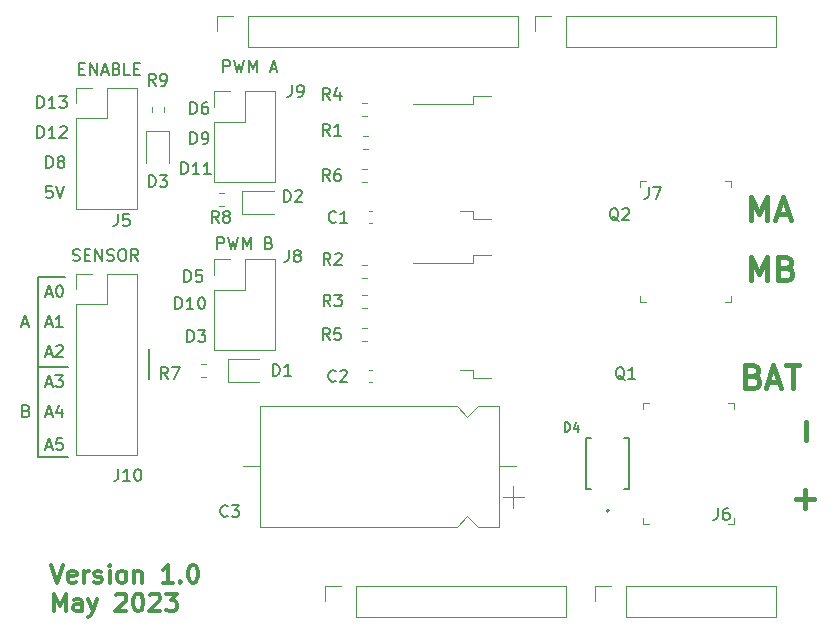
<source format=gbr>
%TF.GenerationSoftware,KiCad,Pcbnew,7.0.1*%
%TF.CreationDate,2023-05-22T01:14:16-06:00*%
%TF.ProjectId,MegaMoto_Driver_Shield,4d656761-4d6f-4746-9f5f-447269766572,rev?*%
%TF.SameCoordinates,Original*%
%TF.FileFunction,Legend,Top*%
%TF.FilePolarity,Positive*%
%FSLAX46Y46*%
G04 Gerber Fmt 4.6, Leading zero omitted, Abs format (unit mm)*
G04 Created by KiCad (PCBNEW 7.0.1) date 2023-05-22 01:14:16*
%MOMM*%
%LPD*%
G01*
G04 APERTURE LIST*
%ADD10C,0.300000*%
%ADD11C,0.150000*%
%ADD12C,0.400000*%
%ADD13C,0.120000*%
%ADD14C,0.100000*%
%ADD15C,0.127000*%
%ADD16C,0.200000*%
G04 APERTURE END LIST*
D10*
X103444857Y-94362428D02*
X103944857Y-95862428D01*
X103944857Y-95862428D02*
X104444857Y-94362428D01*
X105516285Y-95791000D02*
X105373428Y-95862428D01*
X105373428Y-95862428D02*
X105087714Y-95862428D01*
X105087714Y-95862428D02*
X104944856Y-95791000D01*
X104944856Y-95791000D02*
X104873428Y-95648142D01*
X104873428Y-95648142D02*
X104873428Y-95076714D01*
X104873428Y-95076714D02*
X104944856Y-94933857D01*
X104944856Y-94933857D02*
X105087714Y-94862428D01*
X105087714Y-94862428D02*
X105373428Y-94862428D01*
X105373428Y-94862428D02*
X105516285Y-94933857D01*
X105516285Y-94933857D02*
X105587714Y-95076714D01*
X105587714Y-95076714D02*
X105587714Y-95219571D01*
X105587714Y-95219571D02*
X104873428Y-95362428D01*
X106230570Y-95862428D02*
X106230570Y-94862428D01*
X106230570Y-95148142D02*
X106301999Y-95005285D01*
X106301999Y-95005285D02*
X106373428Y-94933857D01*
X106373428Y-94933857D02*
X106516285Y-94862428D01*
X106516285Y-94862428D02*
X106659142Y-94862428D01*
X107087713Y-95791000D02*
X107230570Y-95862428D01*
X107230570Y-95862428D02*
X107516284Y-95862428D01*
X107516284Y-95862428D02*
X107659141Y-95791000D01*
X107659141Y-95791000D02*
X107730570Y-95648142D01*
X107730570Y-95648142D02*
X107730570Y-95576714D01*
X107730570Y-95576714D02*
X107659141Y-95433857D01*
X107659141Y-95433857D02*
X107516284Y-95362428D01*
X107516284Y-95362428D02*
X107301999Y-95362428D01*
X107301999Y-95362428D02*
X107159141Y-95291000D01*
X107159141Y-95291000D02*
X107087713Y-95148142D01*
X107087713Y-95148142D02*
X107087713Y-95076714D01*
X107087713Y-95076714D02*
X107159141Y-94933857D01*
X107159141Y-94933857D02*
X107301999Y-94862428D01*
X107301999Y-94862428D02*
X107516284Y-94862428D01*
X107516284Y-94862428D02*
X107659141Y-94933857D01*
X108373427Y-95862428D02*
X108373427Y-94862428D01*
X108373427Y-94362428D02*
X108301999Y-94433857D01*
X108301999Y-94433857D02*
X108373427Y-94505285D01*
X108373427Y-94505285D02*
X108444856Y-94433857D01*
X108444856Y-94433857D02*
X108373427Y-94362428D01*
X108373427Y-94362428D02*
X108373427Y-94505285D01*
X109301999Y-95862428D02*
X109159142Y-95791000D01*
X109159142Y-95791000D02*
X109087713Y-95719571D01*
X109087713Y-95719571D02*
X109016285Y-95576714D01*
X109016285Y-95576714D02*
X109016285Y-95148142D01*
X109016285Y-95148142D02*
X109087713Y-95005285D01*
X109087713Y-95005285D02*
X109159142Y-94933857D01*
X109159142Y-94933857D02*
X109301999Y-94862428D01*
X109301999Y-94862428D02*
X109516285Y-94862428D01*
X109516285Y-94862428D02*
X109659142Y-94933857D01*
X109659142Y-94933857D02*
X109730571Y-95005285D01*
X109730571Y-95005285D02*
X109801999Y-95148142D01*
X109801999Y-95148142D02*
X109801999Y-95576714D01*
X109801999Y-95576714D02*
X109730571Y-95719571D01*
X109730571Y-95719571D02*
X109659142Y-95791000D01*
X109659142Y-95791000D02*
X109516285Y-95862428D01*
X109516285Y-95862428D02*
X109301999Y-95862428D01*
X110444856Y-94862428D02*
X110444856Y-95862428D01*
X110444856Y-95005285D02*
X110516285Y-94933857D01*
X110516285Y-94933857D02*
X110659142Y-94862428D01*
X110659142Y-94862428D02*
X110873428Y-94862428D01*
X110873428Y-94862428D02*
X111016285Y-94933857D01*
X111016285Y-94933857D02*
X111087714Y-95076714D01*
X111087714Y-95076714D02*
X111087714Y-95862428D01*
X113730571Y-95862428D02*
X112873428Y-95862428D01*
X113301999Y-95862428D02*
X113301999Y-94362428D01*
X113301999Y-94362428D02*
X113159142Y-94576714D01*
X113159142Y-94576714D02*
X113016285Y-94719571D01*
X113016285Y-94719571D02*
X112873428Y-94791000D01*
X114373427Y-95719571D02*
X114444856Y-95791000D01*
X114444856Y-95791000D02*
X114373427Y-95862428D01*
X114373427Y-95862428D02*
X114301999Y-95791000D01*
X114301999Y-95791000D02*
X114373427Y-95719571D01*
X114373427Y-95719571D02*
X114373427Y-95862428D01*
X115373428Y-94362428D02*
X115516285Y-94362428D01*
X115516285Y-94362428D02*
X115659142Y-94433857D01*
X115659142Y-94433857D02*
X115730571Y-94505285D01*
X115730571Y-94505285D02*
X115801999Y-94648142D01*
X115801999Y-94648142D02*
X115873428Y-94933857D01*
X115873428Y-94933857D02*
X115873428Y-95291000D01*
X115873428Y-95291000D02*
X115801999Y-95576714D01*
X115801999Y-95576714D02*
X115730571Y-95719571D01*
X115730571Y-95719571D02*
X115659142Y-95791000D01*
X115659142Y-95791000D02*
X115516285Y-95862428D01*
X115516285Y-95862428D02*
X115373428Y-95862428D01*
X115373428Y-95862428D02*
X115230571Y-95791000D01*
X115230571Y-95791000D02*
X115159142Y-95719571D01*
X115159142Y-95719571D02*
X115087713Y-95576714D01*
X115087713Y-95576714D02*
X115016285Y-95291000D01*
X115016285Y-95291000D02*
X115016285Y-94933857D01*
X115016285Y-94933857D02*
X115087713Y-94648142D01*
X115087713Y-94648142D02*
X115159142Y-94505285D01*
X115159142Y-94505285D02*
X115230571Y-94433857D01*
X115230571Y-94433857D02*
X115373428Y-94362428D01*
X103659142Y-98292428D02*
X103659142Y-96792428D01*
X103659142Y-96792428D02*
X104159142Y-97863857D01*
X104159142Y-97863857D02*
X104659142Y-96792428D01*
X104659142Y-96792428D02*
X104659142Y-98292428D01*
X106016286Y-98292428D02*
X106016286Y-97506714D01*
X106016286Y-97506714D02*
X105944857Y-97363857D01*
X105944857Y-97363857D02*
X105802000Y-97292428D01*
X105802000Y-97292428D02*
X105516286Y-97292428D01*
X105516286Y-97292428D02*
X105373428Y-97363857D01*
X106016286Y-98221000D02*
X105873428Y-98292428D01*
X105873428Y-98292428D02*
X105516286Y-98292428D01*
X105516286Y-98292428D02*
X105373428Y-98221000D01*
X105373428Y-98221000D02*
X105302000Y-98078142D01*
X105302000Y-98078142D02*
X105302000Y-97935285D01*
X105302000Y-97935285D02*
X105373428Y-97792428D01*
X105373428Y-97792428D02*
X105516286Y-97721000D01*
X105516286Y-97721000D02*
X105873428Y-97721000D01*
X105873428Y-97721000D02*
X106016286Y-97649571D01*
X106587714Y-97292428D02*
X106944857Y-98292428D01*
X107302000Y-97292428D02*
X106944857Y-98292428D01*
X106944857Y-98292428D02*
X106802000Y-98649571D01*
X106802000Y-98649571D02*
X106730571Y-98721000D01*
X106730571Y-98721000D02*
X106587714Y-98792428D01*
X108944857Y-96935285D02*
X109016285Y-96863857D01*
X109016285Y-96863857D02*
X109159143Y-96792428D01*
X109159143Y-96792428D02*
X109516285Y-96792428D01*
X109516285Y-96792428D02*
X109659143Y-96863857D01*
X109659143Y-96863857D02*
X109730571Y-96935285D01*
X109730571Y-96935285D02*
X109802000Y-97078142D01*
X109802000Y-97078142D02*
X109802000Y-97221000D01*
X109802000Y-97221000D02*
X109730571Y-97435285D01*
X109730571Y-97435285D02*
X108873428Y-98292428D01*
X108873428Y-98292428D02*
X109802000Y-98292428D01*
X110730571Y-96792428D02*
X110873428Y-96792428D01*
X110873428Y-96792428D02*
X111016285Y-96863857D01*
X111016285Y-96863857D02*
X111087714Y-96935285D01*
X111087714Y-96935285D02*
X111159142Y-97078142D01*
X111159142Y-97078142D02*
X111230571Y-97363857D01*
X111230571Y-97363857D02*
X111230571Y-97721000D01*
X111230571Y-97721000D02*
X111159142Y-98006714D01*
X111159142Y-98006714D02*
X111087714Y-98149571D01*
X111087714Y-98149571D02*
X111016285Y-98221000D01*
X111016285Y-98221000D02*
X110873428Y-98292428D01*
X110873428Y-98292428D02*
X110730571Y-98292428D01*
X110730571Y-98292428D02*
X110587714Y-98221000D01*
X110587714Y-98221000D02*
X110516285Y-98149571D01*
X110516285Y-98149571D02*
X110444856Y-98006714D01*
X110444856Y-98006714D02*
X110373428Y-97721000D01*
X110373428Y-97721000D02*
X110373428Y-97363857D01*
X110373428Y-97363857D02*
X110444856Y-97078142D01*
X110444856Y-97078142D02*
X110516285Y-96935285D01*
X110516285Y-96935285D02*
X110587714Y-96863857D01*
X110587714Y-96863857D02*
X110730571Y-96792428D01*
X111801999Y-96935285D02*
X111873427Y-96863857D01*
X111873427Y-96863857D02*
X112016285Y-96792428D01*
X112016285Y-96792428D02*
X112373427Y-96792428D01*
X112373427Y-96792428D02*
X112516285Y-96863857D01*
X112516285Y-96863857D02*
X112587713Y-96935285D01*
X112587713Y-96935285D02*
X112659142Y-97078142D01*
X112659142Y-97078142D02*
X112659142Y-97221000D01*
X112659142Y-97221000D02*
X112587713Y-97435285D01*
X112587713Y-97435285D02*
X111730570Y-98292428D01*
X111730570Y-98292428D02*
X112659142Y-98292428D01*
X113159141Y-96792428D02*
X114087713Y-96792428D01*
X114087713Y-96792428D02*
X113587713Y-97363857D01*
X113587713Y-97363857D02*
X113801998Y-97363857D01*
X113801998Y-97363857D02*
X113944856Y-97435285D01*
X113944856Y-97435285D02*
X114016284Y-97506714D01*
X114016284Y-97506714D02*
X114087713Y-97649571D01*
X114087713Y-97649571D02*
X114087713Y-98006714D01*
X114087713Y-98006714D02*
X114016284Y-98149571D01*
X114016284Y-98149571D02*
X113944856Y-98221000D01*
X113944856Y-98221000D02*
X113801998Y-98292428D01*
X113801998Y-98292428D02*
X113373427Y-98292428D01*
X113373427Y-98292428D02*
X113230570Y-98221000D01*
X113230570Y-98221000D02*
X113159141Y-98149571D01*
D11*
X101333428Y-81319809D02*
X101476285Y-81367428D01*
X101476285Y-81367428D02*
X101523904Y-81415047D01*
X101523904Y-81415047D02*
X101571523Y-81510285D01*
X101571523Y-81510285D02*
X101571523Y-81653142D01*
X101571523Y-81653142D02*
X101523904Y-81748380D01*
X101523904Y-81748380D02*
X101476285Y-81796000D01*
X101476285Y-81796000D02*
X101381047Y-81843619D01*
X101381047Y-81843619D02*
X101000095Y-81843619D01*
X101000095Y-81843619D02*
X101000095Y-80843619D01*
X101000095Y-80843619D02*
X101333428Y-80843619D01*
X101333428Y-80843619D02*
X101428666Y-80891238D01*
X101428666Y-80891238D02*
X101476285Y-80938857D01*
X101476285Y-80938857D02*
X101523904Y-81034095D01*
X101523904Y-81034095D02*
X101523904Y-81129333D01*
X101523904Y-81129333D02*
X101476285Y-81224571D01*
X101476285Y-81224571D02*
X101428666Y-81272190D01*
X101428666Y-81272190D02*
X101333428Y-81319809D01*
X101333428Y-81319809D02*
X101000095Y-81319809D01*
X100952476Y-73937904D02*
X101428666Y-73937904D01*
X100857238Y-74223619D02*
X101190571Y-73223619D01*
X101190571Y-73223619D02*
X101523904Y-74223619D01*
X102286000Y-85268000D02*
X104826000Y-85268000D01*
X102286000Y-77648000D02*
X102286000Y-85268000D01*
X102286000Y-77648000D02*
X104826000Y-77648000D01*
X102286000Y-70028000D02*
X102286000Y-77648000D01*
X104572000Y-70028000D02*
X102286000Y-70028000D01*
X102984476Y-84351904D02*
X103460666Y-84351904D01*
X102889238Y-84637619D02*
X103222571Y-83637619D01*
X103222571Y-83637619D02*
X103555904Y-84637619D01*
X104365428Y-83637619D02*
X103889238Y-83637619D01*
X103889238Y-83637619D02*
X103841619Y-84113809D01*
X103841619Y-84113809D02*
X103889238Y-84066190D01*
X103889238Y-84066190D02*
X103984476Y-84018571D01*
X103984476Y-84018571D02*
X104222571Y-84018571D01*
X104222571Y-84018571D02*
X104317809Y-84066190D01*
X104317809Y-84066190D02*
X104365428Y-84113809D01*
X104365428Y-84113809D02*
X104413047Y-84209047D01*
X104413047Y-84209047D02*
X104413047Y-84447142D01*
X104413047Y-84447142D02*
X104365428Y-84542380D01*
X104365428Y-84542380D02*
X104317809Y-84590000D01*
X104317809Y-84590000D02*
X104222571Y-84637619D01*
X104222571Y-84637619D02*
X103984476Y-84637619D01*
X103984476Y-84637619D02*
X103889238Y-84590000D01*
X103889238Y-84590000D02*
X103841619Y-84542380D01*
X102984476Y-81557904D02*
X103460666Y-81557904D01*
X102889238Y-81843619D02*
X103222571Y-80843619D01*
X103222571Y-80843619D02*
X103555904Y-81843619D01*
X104317809Y-81176952D02*
X104317809Y-81843619D01*
X104079714Y-80796000D02*
X103841619Y-81510285D01*
X103841619Y-81510285D02*
X104460666Y-81510285D01*
X102984476Y-79017904D02*
X103460666Y-79017904D01*
X102889238Y-79303619D02*
X103222571Y-78303619D01*
X103222571Y-78303619D02*
X103555904Y-79303619D01*
X103794000Y-78303619D02*
X104413047Y-78303619D01*
X104413047Y-78303619D02*
X104079714Y-78684571D01*
X104079714Y-78684571D02*
X104222571Y-78684571D01*
X104222571Y-78684571D02*
X104317809Y-78732190D01*
X104317809Y-78732190D02*
X104365428Y-78779809D01*
X104365428Y-78779809D02*
X104413047Y-78875047D01*
X104413047Y-78875047D02*
X104413047Y-79113142D01*
X104413047Y-79113142D02*
X104365428Y-79208380D01*
X104365428Y-79208380D02*
X104317809Y-79256000D01*
X104317809Y-79256000D02*
X104222571Y-79303619D01*
X104222571Y-79303619D02*
X103936857Y-79303619D01*
X103936857Y-79303619D02*
X103841619Y-79256000D01*
X103841619Y-79256000D02*
X103794000Y-79208380D01*
X102984476Y-76477904D02*
X103460666Y-76477904D01*
X102889238Y-76763619D02*
X103222571Y-75763619D01*
X103222571Y-75763619D02*
X103555904Y-76763619D01*
X103841619Y-75858857D02*
X103889238Y-75811238D01*
X103889238Y-75811238D02*
X103984476Y-75763619D01*
X103984476Y-75763619D02*
X104222571Y-75763619D01*
X104222571Y-75763619D02*
X104317809Y-75811238D01*
X104317809Y-75811238D02*
X104365428Y-75858857D01*
X104365428Y-75858857D02*
X104413047Y-75954095D01*
X104413047Y-75954095D02*
X104413047Y-76049333D01*
X104413047Y-76049333D02*
X104365428Y-76192190D01*
X104365428Y-76192190D02*
X103794000Y-76763619D01*
X103794000Y-76763619D02*
X104413047Y-76763619D01*
X102984476Y-73937904D02*
X103460666Y-73937904D01*
X102889238Y-74223619D02*
X103222571Y-73223619D01*
X103222571Y-73223619D02*
X103555904Y-74223619D01*
X104413047Y-74223619D02*
X103841619Y-74223619D01*
X104127333Y-74223619D02*
X104127333Y-73223619D01*
X104127333Y-73223619D02*
X104032095Y-73366476D01*
X104032095Y-73366476D02*
X103936857Y-73461714D01*
X103936857Y-73461714D02*
X103841619Y-73509333D01*
X102984476Y-71397904D02*
X103460666Y-71397904D01*
X102889238Y-71683619D02*
X103222571Y-70683619D01*
X103222571Y-70683619D02*
X103555904Y-71683619D01*
X104079714Y-70683619D02*
X104174952Y-70683619D01*
X104174952Y-70683619D02*
X104270190Y-70731238D01*
X104270190Y-70731238D02*
X104317809Y-70778857D01*
X104317809Y-70778857D02*
X104365428Y-70874095D01*
X104365428Y-70874095D02*
X104413047Y-71064571D01*
X104413047Y-71064571D02*
X104413047Y-71302666D01*
X104413047Y-71302666D02*
X104365428Y-71493142D01*
X104365428Y-71493142D02*
X104317809Y-71588380D01*
X104317809Y-71588380D02*
X104270190Y-71636000D01*
X104270190Y-71636000D02*
X104174952Y-71683619D01*
X104174952Y-71683619D02*
X104079714Y-71683619D01*
X104079714Y-71683619D02*
X103984476Y-71636000D01*
X103984476Y-71636000D02*
X103936857Y-71588380D01*
X103936857Y-71588380D02*
X103889238Y-71493142D01*
X103889238Y-71493142D02*
X103841619Y-71302666D01*
X103841619Y-71302666D02*
X103841619Y-71064571D01*
X103841619Y-71064571D02*
X103889238Y-70874095D01*
X103889238Y-70874095D02*
X103936857Y-70778857D01*
X103936857Y-70778857D02*
X103984476Y-70731238D01*
X103984476Y-70731238D02*
X104079714Y-70683619D01*
X111684000Y-76124000D02*
X111684000Y-78664000D01*
X103508285Y-62301619D02*
X103032095Y-62301619D01*
X103032095Y-62301619D02*
X102984476Y-62777809D01*
X102984476Y-62777809D02*
X103032095Y-62730190D01*
X103032095Y-62730190D02*
X103127333Y-62682571D01*
X103127333Y-62682571D02*
X103365428Y-62682571D01*
X103365428Y-62682571D02*
X103460666Y-62730190D01*
X103460666Y-62730190D02*
X103508285Y-62777809D01*
X103508285Y-62777809D02*
X103555904Y-62873047D01*
X103555904Y-62873047D02*
X103555904Y-63111142D01*
X103555904Y-63111142D02*
X103508285Y-63206380D01*
X103508285Y-63206380D02*
X103460666Y-63254000D01*
X103460666Y-63254000D02*
X103365428Y-63301619D01*
X103365428Y-63301619D02*
X103127333Y-63301619D01*
X103127333Y-63301619D02*
X103032095Y-63254000D01*
X103032095Y-63254000D02*
X102984476Y-63206380D01*
X103841619Y-62301619D02*
X104174952Y-63301619D01*
X104174952Y-63301619D02*
X104508285Y-62301619D01*
X103032095Y-60761619D02*
X103032095Y-59761619D01*
X103032095Y-59761619D02*
X103270190Y-59761619D01*
X103270190Y-59761619D02*
X103413047Y-59809238D01*
X103413047Y-59809238D02*
X103508285Y-59904476D01*
X103508285Y-59904476D02*
X103555904Y-59999714D01*
X103555904Y-59999714D02*
X103603523Y-60190190D01*
X103603523Y-60190190D02*
X103603523Y-60333047D01*
X103603523Y-60333047D02*
X103555904Y-60523523D01*
X103555904Y-60523523D02*
X103508285Y-60618761D01*
X103508285Y-60618761D02*
X103413047Y-60714000D01*
X103413047Y-60714000D02*
X103270190Y-60761619D01*
X103270190Y-60761619D02*
X103032095Y-60761619D01*
X104174952Y-60190190D02*
X104079714Y-60142571D01*
X104079714Y-60142571D02*
X104032095Y-60094952D01*
X104032095Y-60094952D02*
X103984476Y-59999714D01*
X103984476Y-59999714D02*
X103984476Y-59952095D01*
X103984476Y-59952095D02*
X104032095Y-59856857D01*
X104032095Y-59856857D02*
X104079714Y-59809238D01*
X104079714Y-59809238D02*
X104174952Y-59761619D01*
X104174952Y-59761619D02*
X104365428Y-59761619D01*
X104365428Y-59761619D02*
X104460666Y-59809238D01*
X104460666Y-59809238D02*
X104508285Y-59856857D01*
X104508285Y-59856857D02*
X104555904Y-59952095D01*
X104555904Y-59952095D02*
X104555904Y-59999714D01*
X104555904Y-59999714D02*
X104508285Y-60094952D01*
X104508285Y-60094952D02*
X104460666Y-60142571D01*
X104460666Y-60142571D02*
X104365428Y-60190190D01*
X104365428Y-60190190D02*
X104174952Y-60190190D01*
X104174952Y-60190190D02*
X104079714Y-60237809D01*
X104079714Y-60237809D02*
X104032095Y-60285428D01*
X104032095Y-60285428D02*
X103984476Y-60380666D01*
X103984476Y-60380666D02*
X103984476Y-60571142D01*
X103984476Y-60571142D02*
X104032095Y-60666380D01*
X104032095Y-60666380D02*
X104079714Y-60714000D01*
X104079714Y-60714000D02*
X104174952Y-60761619D01*
X104174952Y-60761619D02*
X104365428Y-60761619D01*
X104365428Y-60761619D02*
X104460666Y-60714000D01*
X104460666Y-60714000D02*
X104508285Y-60666380D01*
X104508285Y-60666380D02*
X104555904Y-60571142D01*
X104555904Y-60571142D02*
X104555904Y-60380666D01*
X104555904Y-60380666D02*
X104508285Y-60285428D01*
X104508285Y-60285428D02*
X104460666Y-60237809D01*
X104460666Y-60237809D02*
X104365428Y-60190190D01*
X102270095Y-58221619D02*
X102270095Y-57221619D01*
X102270095Y-57221619D02*
X102508190Y-57221619D01*
X102508190Y-57221619D02*
X102651047Y-57269238D01*
X102651047Y-57269238D02*
X102746285Y-57364476D01*
X102746285Y-57364476D02*
X102793904Y-57459714D01*
X102793904Y-57459714D02*
X102841523Y-57650190D01*
X102841523Y-57650190D02*
X102841523Y-57793047D01*
X102841523Y-57793047D02*
X102793904Y-57983523D01*
X102793904Y-57983523D02*
X102746285Y-58078761D01*
X102746285Y-58078761D02*
X102651047Y-58174000D01*
X102651047Y-58174000D02*
X102508190Y-58221619D01*
X102508190Y-58221619D02*
X102270095Y-58221619D01*
X103793904Y-58221619D02*
X103222476Y-58221619D01*
X103508190Y-58221619D02*
X103508190Y-57221619D01*
X103508190Y-57221619D02*
X103412952Y-57364476D01*
X103412952Y-57364476D02*
X103317714Y-57459714D01*
X103317714Y-57459714D02*
X103222476Y-57507333D01*
X104174857Y-57316857D02*
X104222476Y-57269238D01*
X104222476Y-57269238D02*
X104317714Y-57221619D01*
X104317714Y-57221619D02*
X104555809Y-57221619D01*
X104555809Y-57221619D02*
X104651047Y-57269238D01*
X104651047Y-57269238D02*
X104698666Y-57316857D01*
X104698666Y-57316857D02*
X104746285Y-57412095D01*
X104746285Y-57412095D02*
X104746285Y-57507333D01*
X104746285Y-57507333D02*
X104698666Y-57650190D01*
X104698666Y-57650190D02*
X104127238Y-58221619D01*
X104127238Y-58221619D02*
X104746285Y-58221619D01*
X102270095Y-55681619D02*
X102270095Y-54681619D01*
X102270095Y-54681619D02*
X102508190Y-54681619D01*
X102508190Y-54681619D02*
X102651047Y-54729238D01*
X102651047Y-54729238D02*
X102746285Y-54824476D01*
X102746285Y-54824476D02*
X102793904Y-54919714D01*
X102793904Y-54919714D02*
X102841523Y-55110190D01*
X102841523Y-55110190D02*
X102841523Y-55253047D01*
X102841523Y-55253047D02*
X102793904Y-55443523D01*
X102793904Y-55443523D02*
X102746285Y-55538761D01*
X102746285Y-55538761D02*
X102651047Y-55634000D01*
X102651047Y-55634000D02*
X102508190Y-55681619D01*
X102508190Y-55681619D02*
X102270095Y-55681619D01*
X103793904Y-55681619D02*
X103222476Y-55681619D01*
X103508190Y-55681619D02*
X103508190Y-54681619D01*
X103508190Y-54681619D02*
X103412952Y-54824476D01*
X103412952Y-54824476D02*
X103317714Y-54919714D01*
X103317714Y-54919714D02*
X103222476Y-54967333D01*
X104127238Y-54681619D02*
X104746285Y-54681619D01*
X104746285Y-54681619D02*
X104412952Y-55062571D01*
X104412952Y-55062571D02*
X104555809Y-55062571D01*
X104555809Y-55062571D02*
X104651047Y-55110190D01*
X104651047Y-55110190D02*
X104698666Y-55157809D01*
X104698666Y-55157809D02*
X104746285Y-55253047D01*
X104746285Y-55253047D02*
X104746285Y-55491142D01*
X104746285Y-55491142D02*
X104698666Y-55586380D01*
X104698666Y-55586380D02*
X104651047Y-55634000D01*
X104651047Y-55634000D02*
X104555809Y-55681619D01*
X104555809Y-55681619D02*
X104270095Y-55681619D01*
X104270095Y-55681619D02*
X104174857Y-55634000D01*
X104174857Y-55634000D02*
X104127238Y-55586380D01*
X114970095Y-75493619D02*
X114970095Y-74493619D01*
X114970095Y-74493619D02*
X115208190Y-74493619D01*
X115208190Y-74493619D02*
X115351047Y-74541238D01*
X115351047Y-74541238D02*
X115446285Y-74636476D01*
X115446285Y-74636476D02*
X115493904Y-74731714D01*
X115493904Y-74731714D02*
X115541523Y-74922190D01*
X115541523Y-74922190D02*
X115541523Y-75065047D01*
X115541523Y-75065047D02*
X115493904Y-75255523D01*
X115493904Y-75255523D02*
X115446285Y-75350761D01*
X115446285Y-75350761D02*
X115351047Y-75446000D01*
X115351047Y-75446000D02*
X115208190Y-75493619D01*
X115208190Y-75493619D02*
X114970095Y-75493619D01*
X115874857Y-74493619D02*
X116493904Y-74493619D01*
X116493904Y-74493619D02*
X116160571Y-74874571D01*
X116160571Y-74874571D02*
X116303428Y-74874571D01*
X116303428Y-74874571D02*
X116398666Y-74922190D01*
X116398666Y-74922190D02*
X116446285Y-74969809D01*
X116446285Y-74969809D02*
X116493904Y-75065047D01*
X116493904Y-75065047D02*
X116493904Y-75303142D01*
X116493904Y-75303142D02*
X116446285Y-75398380D01*
X116446285Y-75398380D02*
X116398666Y-75446000D01*
X116398666Y-75446000D02*
X116303428Y-75493619D01*
X116303428Y-75493619D02*
X116017714Y-75493619D01*
X116017714Y-75493619D02*
X115922476Y-75446000D01*
X115922476Y-75446000D02*
X115874857Y-75398380D01*
X113954095Y-72699619D02*
X113954095Y-71699619D01*
X113954095Y-71699619D02*
X114192190Y-71699619D01*
X114192190Y-71699619D02*
X114335047Y-71747238D01*
X114335047Y-71747238D02*
X114430285Y-71842476D01*
X114430285Y-71842476D02*
X114477904Y-71937714D01*
X114477904Y-71937714D02*
X114525523Y-72128190D01*
X114525523Y-72128190D02*
X114525523Y-72271047D01*
X114525523Y-72271047D02*
X114477904Y-72461523D01*
X114477904Y-72461523D02*
X114430285Y-72556761D01*
X114430285Y-72556761D02*
X114335047Y-72652000D01*
X114335047Y-72652000D02*
X114192190Y-72699619D01*
X114192190Y-72699619D02*
X113954095Y-72699619D01*
X115477904Y-72699619D02*
X114906476Y-72699619D01*
X115192190Y-72699619D02*
X115192190Y-71699619D01*
X115192190Y-71699619D02*
X115096952Y-71842476D01*
X115096952Y-71842476D02*
X115001714Y-71937714D01*
X115001714Y-71937714D02*
X114906476Y-71985333D01*
X116096952Y-71699619D02*
X116192190Y-71699619D01*
X116192190Y-71699619D02*
X116287428Y-71747238D01*
X116287428Y-71747238D02*
X116335047Y-71794857D01*
X116335047Y-71794857D02*
X116382666Y-71890095D01*
X116382666Y-71890095D02*
X116430285Y-72080571D01*
X116430285Y-72080571D02*
X116430285Y-72318666D01*
X116430285Y-72318666D02*
X116382666Y-72509142D01*
X116382666Y-72509142D02*
X116335047Y-72604380D01*
X116335047Y-72604380D02*
X116287428Y-72652000D01*
X116287428Y-72652000D02*
X116192190Y-72699619D01*
X116192190Y-72699619D02*
X116096952Y-72699619D01*
X116096952Y-72699619D02*
X116001714Y-72652000D01*
X116001714Y-72652000D02*
X115954095Y-72604380D01*
X115954095Y-72604380D02*
X115906476Y-72509142D01*
X115906476Y-72509142D02*
X115858857Y-72318666D01*
X115858857Y-72318666D02*
X115858857Y-72080571D01*
X115858857Y-72080571D02*
X115906476Y-71890095D01*
X115906476Y-71890095D02*
X115954095Y-71794857D01*
X115954095Y-71794857D02*
X116001714Y-71747238D01*
X116001714Y-71747238D02*
X116096952Y-71699619D01*
X114716095Y-70413619D02*
X114716095Y-69413619D01*
X114716095Y-69413619D02*
X114954190Y-69413619D01*
X114954190Y-69413619D02*
X115097047Y-69461238D01*
X115097047Y-69461238D02*
X115192285Y-69556476D01*
X115192285Y-69556476D02*
X115239904Y-69651714D01*
X115239904Y-69651714D02*
X115287523Y-69842190D01*
X115287523Y-69842190D02*
X115287523Y-69985047D01*
X115287523Y-69985047D02*
X115239904Y-70175523D01*
X115239904Y-70175523D02*
X115192285Y-70270761D01*
X115192285Y-70270761D02*
X115097047Y-70366000D01*
X115097047Y-70366000D02*
X114954190Y-70413619D01*
X114954190Y-70413619D02*
X114716095Y-70413619D01*
X116192285Y-69413619D02*
X115716095Y-69413619D01*
X115716095Y-69413619D02*
X115668476Y-69889809D01*
X115668476Y-69889809D02*
X115716095Y-69842190D01*
X115716095Y-69842190D02*
X115811333Y-69794571D01*
X115811333Y-69794571D02*
X116049428Y-69794571D01*
X116049428Y-69794571D02*
X116144666Y-69842190D01*
X116144666Y-69842190D02*
X116192285Y-69889809D01*
X116192285Y-69889809D02*
X116239904Y-69985047D01*
X116239904Y-69985047D02*
X116239904Y-70223142D01*
X116239904Y-70223142D02*
X116192285Y-70318380D01*
X116192285Y-70318380D02*
X116144666Y-70366000D01*
X116144666Y-70366000D02*
X116049428Y-70413619D01*
X116049428Y-70413619D02*
X115811333Y-70413619D01*
X115811333Y-70413619D02*
X115716095Y-70366000D01*
X115716095Y-70366000D02*
X115668476Y-70318380D01*
X114462095Y-61269619D02*
X114462095Y-60269619D01*
X114462095Y-60269619D02*
X114700190Y-60269619D01*
X114700190Y-60269619D02*
X114843047Y-60317238D01*
X114843047Y-60317238D02*
X114938285Y-60412476D01*
X114938285Y-60412476D02*
X114985904Y-60507714D01*
X114985904Y-60507714D02*
X115033523Y-60698190D01*
X115033523Y-60698190D02*
X115033523Y-60841047D01*
X115033523Y-60841047D02*
X114985904Y-61031523D01*
X114985904Y-61031523D02*
X114938285Y-61126761D01*
X114938285Y-61126761D02*
X114843047Y-61222000D01*
X114843047Y-61222000D02*
X114700190Y-61269619D01*
X114700190Y-61269619D02*
X114462095Y-61269619D01*
X115985904Y-61269619D02*
X115414476Y-61269619D01*
X115700190Y-61269619D02*
X115700190Y-60269619D01*
X115700190Y-60269619D02*
X115604952Y-60412476D01*
X115604952Y-60412476D02*
X115509714Y-60507714D01*
X115509714Y-60507714D02*
X115414476Y-60555333D01*
X116938285Y-61269619D02*
X116366857Y-61269619D01*
X116652571Y-61269619D02*
X116652571Y-60269619D01*
X116652571Y-60269619D02*
X116557333Y-60412476D01*
X116557333Y-60412476D02*
X116462095Y-60507714D01*
X116462095Y-60507714D02*
X116366857Y-60555333D01*
X115224095Y-58729619D02*
X115224095Y-57729619D01*
X115224095Y-57729619D02*
X115462190Y-57729619D01*
X115462190Y-57729619D02*
X115605047Y-57777238D01*
X115605047Y-57777238D02*
X115700285Y-57872476D01*
X115700285Y-57872476D02*
X115747904Y-57967714D01*
X115747904Y-57967714D02*
X115795523Y-58158190D01*
X115795523Y-58158190D02*
X115795523Y-58301047D01*
X115795523Y-58301047D02*
X115747904Y-58491523D01*
X115747904Y-58491523D02*
X115700285Y-58586761D01*
X115700285Y-58586761D02*
X115605047Y-58682000D01*
X115605047Y-58682000D02*
X115462190Y-58729619D01*
X115462190Y-58729619D02*
X115224095Y-58729619D01*
X116271714Y-58729619D02*
X116462190Y-58729619D01*
X116462190Y-58729619D02*
X116557428Y-58682000D01*
X116557428Y-58682000D02*
X116605047Y-58634380D01*
X116605047Y-58634380D02*
X116700285Y-58491523D01*
X116700285Y-58491523D02*
X116747904Y-58301047D01*
X116747904Y-58301047D02*
X116747904Y-57920095D01*
X116747904Y-57920095D02*
X116700285Y-57824857D01*
X116700285Y-57824857D02*
X116652666Y-57777238D01*
X116652666Y-57777238D02*
X116557428Y-57729619D01*
X116557428Y-57729619D02*
X116366952Y-57729619D01*
X116366952Y-57729619D02*
X116271714Y-57777238D01*
X116271714Y-57777238D02*
X116224095Y-57824857D01*
X116224095Y-57824857D02*
X116176476Y-57920095D01*
X116176476Y-57920095D02*
X116176476Y-58158190D01*
X116176476Y-58158190D02*
X116224095Y-58253428D01*
X116224095Y-58253428D02*
X116271714Y-58301047D01*
X116271714Y-58301047D02*
X116366952Y-58348666D01*
X116366952Y-58348666D02*
X116557428Y-58348666D01*
X116557428Y-58348666D02*
X116652666Y-58301047D01*
X116652666Y-58301047D02*
X116700285Y-58253428D01*
X116700285Y-58253428D02*
X116747904Y-58158190D01*
X115224095Y-56189619D02*
X115224095Y-55189619D01*
X115224095Y-55189619D02*
X115462190Y-55189619D01*
X115462190Y-55189619D02*
X115605047Y-55237238D01*
X115605047Y-55237238D02*
X115700285Y-55332476D01*
X115700285Y-55332476D02*
X115747904Y-55427714D01*
X115747904Y-55427714D02*
X115795523Y-55618190D01*
X115795523Y-55618190D02*
X115795523Y-55761047D01*
X115795523Y-55761047D02*
X115747904Y-55951523D01*
X115747904Y-55951523D02*
X115700285Y-56046761D01*
X115700285Y-56046761D02*
X115605047Y-56142000D01*
X115605047Y-56142000D02*
X115462190Y-56189619D01*
X115462190Y-56189619D02*
X115224095Y-56189619D01*
X116652666Y-55189619D02*
X116462190Y-55189619D01*
X116462190Y-55189619D02*
X116366952Y-55237238D01*
X116366952Y-55237238D02*
X116319333Y-55284857D01*
X116319333Y-55284857D02*
X116224095Y-55427714D01*
X116224095Y-55427714D02*
X116176476Y-55618190D01*
X116176476Y-55618190D02*
X116176476Y-55999142D01*
X116176476Y-55999142D02*
X116224095Y-56094380D01*
X116224095Y-56094380D02*
X116271714Y-56142000D01*
X116271714Y-56142000D02*
X116366952Y-56189619D01*
X116366952Y-56189619D02*
X116557428Y-56189619D01*
X116557428Y-56189619D02*
X116652666Y-56142000D01*
X116652666Y-56142000D02*
X116700285Y-56094380D01*
X116700285Y-56094380D02*
X116747904Y-55999142D01*
X116747904Y-55999142D02*
X116747904Y-55761047D01*
X116747904Y-55761047D02*
X116700285Y-55665809D01*
X116700285Y-55665809D02*
X116652666Y-55618190D01*
X116652666Y-55618190D02*
X116557428Y-55570571D01*
X116557428Y-55570571D02*
X116366952Y-55570571D01*
X116366952Y-55570571D02*
X116271714Y-55618190D01*
X116271714Y-55618190D02*
X116224095Y-55665809D01*
X116224095Y-55665809D02*
X116176476Y-55761047D01*
X105270476Y-68588000D02*
X105413333Y-68635619D01*
X105413333Y-68635619D02*
X105651428Y-68635619D01*
X105651428Y-68635619D02*
X105746666Y-68588000D01*
X105746666Y-68588000D02*
X105794285Y-68540380D01*
X105794285Y-68540380D02*
X105841904Y-68445142D01*
X105841904Y-68445142D02*
X105841904Y-68349904D01*
X105841904Y-68349904D02*
X105794285Y-68254666D01*
X105794285Y-68254666D02*
X105746666Y-68207047D01*
X105746666Y-68207047D02*
X105651428Y-68159428D01*
X105651428Y-68159428D02*
X105460952Y-68111809D01*
X105460952Y-68111809D02*
X105365714Y-68064190D01*
X105365714Y-68064190D02*
X105318095Y-68016571D01*
X105318095Y-68016571D02*
X105270476Y-67921333D01*
X105270476Y-67921333D02*
X105270476Y-67826095D01*
X105270476Y-67826095D02*
X105318095Y-67730857D01*
X105318095Y-67730857D02*
X105365714Y-67683238D01*
X105365714Y-67683238D02*
X105460952Y-67635619D01*
X105460952Y-67635619D02*
X105699047Y-67635619D01*
X105699047Y-67635619D02*
X105841904Y-67683238D01*
X106270476Y-68111809D02*
X106603809Y-68111809D01*
X106746666Y-68635619D02*
X106270476Y-68635619D01*
X106270476Y-68635619D02*
X106270476Y-67635619D01*
X106270476Y-67635619D02*
X106746666Y-67635619D01*
X107175238Y-68635619D02*
X107175238Y-67635619D01*
X107175238Y-67635619D02*
X107746666Y-68635619D01*
X107746666Y-68635619D02*
X107746666Y-67635619D01*
X108175238Y-68588000D02*
X108318095Y-68635619D01*
X108318095Y-68635619D02*
X108556190Y-68635619D01*
X108556190Y-68635619D02*
X108651428Y-68588000D01*
X108651428Y-68588000D02*
X108699047Y-68540380D01*
X108699047Y-68540380D02*
X108746666Y-68445142D01*
X108746666Y-68445142D02*
X108746666Y-68349904D01*
X108746666Y-68349904D02*
X108699047Y-68254666D01*
X108699047Y-68254666D02*
X108651428Y-68207047D01*
X108651428Y-68207047D02*
X108556190Y-68159428D01*
X108556190Y-68159428D02*
X108365714Y-68111809D01*
X108365714Y-68111809D02*
X108270476Y-68064190D01*
X108270476Y-68064190D02*
X108222857Y-68016571D01*
X108222857Y-68016571D02*
X108175238Y-67921333D01*
X108175238Y-67921333D02*
X108175238Y-67826095D01*
X108175238Y-67826095D02*
X108222857Y-67730857D01*
X108222857Y-67730857D02*
X108270476Y-67683238D01*
X108270476Y-67683238D02*
X108365714Y-67635619D01*
X108365714Y-67635619D02*
X108603809Y-67635619D01*
X108603809Y-67635619D02*
X108746666Y-67683238D01*
X109365714Y-67635619D02*
X109556190Y-67635619D01*
X109556190Y-67635619D02*
X109651428Y-67683238D01*
X109651428Y-67683238D02*
X109746666Y-67778476D01*
X109746666Y-67778476D02*
X109794285Y-67968952D01*
X109794285Y-67968952D02*
X109794285Y-68302285D01*
X109794285Y-68302285D02*
X109746666Y-68492761D01*
X109746666Y-68492761D02*
X109651428Y-68588000D01*
X109651428Y-68588000D02*
X109556190Y-68635619D01*
X109556190Y-68635619D02*
X109365714Y-68635619D01*
X109365714Y-68635619D02*
X109270476Y-68588000D01*
X109270476Y-68588000D02*
X109175238Y-68492761D01*
X109175238Y-68492761D02*
X109127619Y-68302285D01*
X109127619Y-68302285D02*
X109127619Y-67968952D01*
X109127619Y-67968952D02*
X109175238Y-67778476D01*
X109175238Y-67778476D02*
X109270476Y-67683238D01*
X109270476Y-67683238D02*
X109365714Y-67635619D01*
X110794285Y-68635619D02*
X110460952Y-68159428D01*
X110222857Y-68635619D02*
X110222857Y-67635619D01*
X110222857Y-67635619D02*
X110603809Y-67635619D01*
X110603809Y-67635619D02*
X110699047Y-67683238D01*
X110699047Y-67683238D02*
X110746666Y-67730857D01*
X110746666Y-67730857D02*
X110794285Y-67826095D01*
X110794285Y-67826095D02*
X110794285Y-67968952D01*
X110794285Y-67968952D02*
X110746666Y-68064190D01*
X110746666Y-68064190D02*
X110699047Y-68111809D01*
X110699047Y-68111809D02*
X110603809Y-68159428D01*
X110603809Y-68159428D02*
X110222857Y-68159428D01*
X117510095Y-67619619D02*
X117510095Y-66619619D01*
X117510095Y-66619619D02*
X117891047Y-66619619D01*
X117891047Y-66619619D02*
X117986285Y-66667238D01*
X117986285Y-66667238D02*
X118033904Y-66714857D01*
X118033904Y-66714857D02*
X118081523Y-66810095D01*
X118081523Y-66810095D02*
X118081523Y-66952952D01*
X118081523Y-66952952D02*
X118033904Y-67048190D01*
X118033904Y-67048190D02*
X117986285Y-67095809D01*
X117986285Y-67095809D02*
X117891047Y-67143428D01*
X117891047Y-67143428D02*
X117510095Y-67143428D01*
X118414857Y-66619619D02*
X118652952Y-67619619D01*
X118652952Y-67619619D02*
X118843428Y-66905333D01*
X118843428Y-66905333D02*
X119033904Y-67619619D01*
X119033904Y-67619619D02*
X119272000Y-66619619D01*
X119652952Y-67619619D02*
X119652952Y-66619619D01*
X119652952Y-66619619D02*
X119986285Y-67333904D01*
X119986285Y-67333904D02*
X120319618Y-66619619D01*
X120319618Y-66619619D02*
X120319618Y-67619619D01*
X121891047Y-67095809D02*
X122033904Y-67143428D01*
X122033904Y-67143428D02*
X122081523Y-67191047D01*
X122081523Y-67191047D02*
X122129142Y-67286285D01*
X122129142Y-67286285D02*
X122129142Y-67429142D01*
X122129142Y-67429142D02*
X122081523Y-67524380D01*
X122081523Y-67524380D02*
X122033904Y-67572000D01*
X122033904Y-67572000D02*
X121938666Y-67619619D01*
X121938666Y-67619619D02*
X121557714Y-67619619D01*
X121557714Y-67619619D02*
X121557714Y-66619619D01*
X121557714Y-66619619D02*
X121891047Y-66619619D01*
X121891047Y-66619619D02*
X121986285Y-66667238D01*
X121986285Y-66667238D02*
X122033904Y-66714857D01*
X122033904Y-66714857D02*
X122081523Y-66810095D01*
X122081523Y-66810095D02*
X122081523Y-66905333D01*
X122081523Y-66905333D02*
X122033904Y-67000571D01*
X122033904Y-67000571D02*
X121986285Y-67048190D01*
X121986285Y-67048190D02*
X121891047Y-67095809D01*
X121891047Y-67095809D02*
X121557714Y-67095809D01*
X118018095Y-52633619D02*
X118018095Y-51633619D01*
X118018095Y-51633619D02*
X118399047Y-51633619D01*
X118399047Y-51633619D02*
X118494285Y-51681238D01*
X118494285Y-51681238D02*
X118541904Y-51728857D01*
X118541904Y-51728857D02*
X118589523Y-51824095D01*
X118589523Y-51824095D02*
X118589523Y-51966952D01*
X118589523Y-51966952D02*
X118541904Y-52062190D01*
X118541904Y-52062190D02*
X118494285Y-52109809D01*
X118494285Y-52109809D02*
X118399047Y-52157428D01*
X118399047Y-52157428D02*
X118018095Y-52157428D01*
X118922857Y-51633619D02*
X119160952Y-52633619D01*
X119160952Y-52633619D02*
X119351428Y-51919333D01*
X119351428Y-51919333D02*
X119541904Y-52633619D01*
X119541904Y-52633619D02*
X119780000Y-51633619D01*
X120160952Y-52633619D02*
X120160952Y-51633619D01*
X120160952Y-51633619D02*
X120494285Y-52347904D01*
X120494285Y-52347904D02*
X120827618Y-51633619D01*
X120827618Y-51633619D02*
X120827618Y-52633619D01*
X122018095Y-52347904D02*
X122494285Y-52347904D01*
X121922857Y-52633619D02*
X122256190Y-51633619D01*
X122256190Y-51633619D02*
X122589523Y-52633619D01*
X105826095Y-52363809D02*
X106159428Y-52363809D01*
X106302285Y-52887619D02*
X105826095Y-52887619D01*
X105826095Y-52887619D02*
X105826095Y-51887619D01*
X105826095Y-51887619D02*
X106302285Y-51887619D01*
X106730857Y-52887619D02*
X106730857Y-51887619D01*
X106730857Y-51887619D02*
X107302285Y-52887619D01*
X107302285Y-52887619D02*
X107302285Y-51887619D01*
X107730857Y-52601904D02*
X108207047Y-52601904D01*
X107635619Y-52887619D02*
X107968952Y-51887619D01*
X107968952Y-51887619D02*
X108302285Y-52887619D01*
X108968952Y-52363809D02*
X109111809Y-52411428D01*
X109111809Y-52411428D02*
X109159428Y-52459047D01*
X109159428Y-52459047D02*
X109207047Y-52554285D01*
X109207047Y-52554285D02*
X109207047Y-52697142D01*
X109207047Y-52697142D02*
X109159428Y-52792380D01*
X109159428Y-52792380D02*
X109111809Y-52840000D01*
X109111809Y-52840000D02*
X109016571Y-52887619D01*
X109016571Y-52887619D02*
X108635619Y-52887619D01*
X108635619Y-52887619D02*
X108635619Y-51887619D01*
X108635619Y-51887619D02*
X108968952Y-51887619D01*
X108968952Y-51887619D02*
X109064190Y-51935238D01*
X109064190Y-51935238D02*
X109111809Y-51982857D01*
X109111809Y-51982857D02*
X109159428Y-52078095D01*
X109159428Y-52078095D02*
X109159428Y-52173333D01*
X109159428Y-52173333D02*
X109111809Y-52268571D01*
X109111809Y-52268571D02*
X109064190Y-52316190D01*
X109064190Y-52316190D02*
X108968952Y-52363809D01*
X108968952Y-52363809D02*
X108635619Y-52363809D01*
X110111809Y-52887619D02*
X109635619Y-52887619D01*
X109635619Y-52887619D02*
X109635619Y-51887619D01*
X110445143Y-52363809D02*
X110778476Y-52363809D01*
X110921333Y-52887619D02*
X110445143Y-52887619D01*
X110445143Y-52887619D02*
X110445143Y-51887619D01*
X110445143Y-51887619D02*
X110921333Y-51887619D01*
D12*
X162864857Y-78387619D02*
X163150571Y-78482857D01*
X163150571Y-78482857D02*
X163245809Y-78578095D01*
X163245809Y-78578095D02*
X163341047Y-78768571D01*
X163341047Y-78768571D02*
X163341047Y-79054285D01*
X163341047Y-79054285D02*
X163245809Y-79244761D01*
X163245809Y-79244761D02*
X163150571Y-79340000D01*
X163150571Y-79340000D02*
X162960095Y-79435238D01*
X162960095Y-79435238D02*
X162198190Y-79435238D01*
X162198190Y-79435238D02*
X162198190Y-77435238D01*
X162198190Y-77435238D02*
X162864857Y-77435238D01*
X162864857Y-77435238D02*
X163055333Y-77530476D01*
X163055333Y-77530476D02*
X163150571Y-77625714D01*
X163150571Y-77625714D02*
X163245809Y-77816190D01*
X163245809Y-77816190D02*
X163245809Y-78006666D01*
X163245809Y-78006666D02*
X163150571Y-78197142D01*
X163150571Y-78197142D02*
X163055333Y-78292380D01*
X163055333Y-78292380D02*
X162864857Y-78387619D01*
X162864857Y-78387619D02*
X162198190Y-78387619D01*
X164102952Y-78863809D02*
X165055333Y-78863809D01*
X163912476Y-79435238D02*
X164579142Y-77435238D01*
X164579142Y-77435238D02*
X165245809Y-79435238D01*
X165626762Y-77435238D02*
X166769619Y-77435238D01*
X166198190Y-79435238D02*
X166198190Y-77435238D01*
X167319333Y-83775809D02*
X167319333Y-82252000D01*
X166516190Y-88833333D02*
X168040000Y-88833333D01*
X167278095Y-89595238D02*
X167278095Y-88071428D01*
X162706190Y-70291238D02*
X162706190Y-68291238D01*
X162706190Y-68291238D02*
X163372857Y-69719809D01*
X163372857Y-69719809D02*
X164039523Y-68291238D01*
X164039523Y-68291238D02*
X164039523Y-70291238D01*
X165658571Y-69243619D02*
X165944285Y-69338857D01*
X165944285Y-69338857D02*
X166039523Y-69434095D01*
X166039523Y-69434095D02*
X166134761Y-69624571D01*
X166134761Y-69624571D02*
X166134761Y-69910285D01*
X166134761Y-69910285D02*
X166039523Y-70100761D01*
X166039523Y-70100761D02*
X165944285Y-70196000D01*
X165944285Y-70196000D02*
X165753809Y-70291238D01*
X165753809Y-70291238D02*
X164991904Y-70291238D01*
X164991904Y-70291238D02*
X164991904Y-68291238D01*
X164991904Y-68291238D02*
X165658571Y-68291238D01*
X165658571Y-68291238D02*
X165849047Y-68386476D01*
X165849047Y-68386476D02*
X165944285Y-68481714D01*
X165944285Y-68481714D02*
X166039523Y-68672190D01*
X166039523Y-68672190D02*
X166039523Y-68862666D01*
X166039523Y-68862666D02*
X165944285Y-69053142D01*
X165944285Y-69053142D02*
X165849047Y-69148380D01*
X165849047Y-69148380D02*
X165658571Y-69243619D01*
X165658571Y-69243619D02*
X164991904Y-69243619D01*
X162706190Y-65211238D02*
X162706190Y-63211238D01*
X162706190Y-63211238D02*
X163372857Y-64639809D01*
X163372857Y-64639809D02*
X164039523Y-63211238D01*
X164039523Y-63211238D02*
X164039523Y-65211238D01*
X164896666Y-64639809D02*
X165849047Y-64639809D01*
X164706190Y-65211238D02*
X165372856Y-63211238D01*
X165372856Y-63211238D02*
X166039523Y-65211238D01*
D11*
%TO.C,R4*%
X127011333Y-54996619D02*
X126678000Y-54520428D01*
X126439905Y-54996619D02*
X126439905Y-53996619D01*
X126439905Y-53996619D02*
X126820857Y-53996619D01*
X126820857Y-53996619D02*
X126916095Y-54044238D01*
X126916095Y-54044238D02*
X126963714Y-54091857D01*
X126963714Y-54091857D02*
X127011333Y-54187095D01*
X127011333Y-54187095D02*
X127011333Y-54329952D01*
X127011333Y-54329952D02*
X126963714Y-54425190D01*
X126963714Y-54425190D02*
X126916095Y-54472809D01*
X126916095Y-54472809D02*
X126820857Y-54520428D01*
X126820857Y-54520428D02*
X126439905Y-54520428D01*
X127868476Y-54329952D02*
X127868476Y-54996619D01*
X127630381Y-53949000D02*
X127392286Y-54663285D01*
X127392286Y-54663285D02*
X128011333Y-54663285D01*
%TO.C,D2*%
X123137905Y-63632619D02*
X123137905Y-62632619D01*
X123137905Y-62632619D02*
X123376000Y-62632619D01*
X123376000Y-62632619D02*
X123518857Y-62680238D01*
X123518857Y-62680238D02*
X123614095Y-62775476D01*
X123614095Y-62775476D02*
X123661714Y-62870714D01*
X123661714Y-62870714D02*
X123709333Y-63061190D01*
X123709333Y-63061190D02*
X123709333Y-63204047D01*
X123709333Y-63204047D02*
X123661714Y-63394523D01*
X123661714Y-63394523D02*
X123614095Y-63489761D01*
X123614095Y-63489761D02*
X123518857Y-63585000D01*
X123518857Y-63585000D02*
X123376000Y-63632619D01*
X123376000Y-63632619D02*
X123137905Y-63632619D01*
X124090286Y-62727857D02*
X124137905Y-62680238D01*
X124137905Y-62680238D02*
X124233143Y-62632619D01*
X124233143Y-62632619D02*
X124471238Y-62632619D01*
X124471238Y-62632619D02*
X124566476Y-62680238D01*
X124566476Y-62680238D02*
X124614095Y-62727857D01*
X124614095Y-62727857D02*
X124661714Y-62823095D01*
X124661714Y-62823095D02*
X124661714Y-62918333D01*
X124661714Y-62918333D02*
X124614095Y-63061190D01*
X124614095Y-63061190D02*
X124042667Y-63632619D01*
X124042667Y-63632619D02*
X124661714Y-63632619D01*
%TO.C,J7*%
X154022666Y-62378619D02*
X154022666Y-63092904D01*
X154022666Y-63092904D02*
X153975047Y-63235761D01*
X153975047Y-63235761D02*
X153879809Y-63331000D01*
X153879809Y-63331000D02*
X153736952Y-63378619D01*
X153736952Y-63378619D02*
X153641714Y-63378619D01*
X154403619Y-62378619D02*
X155070285Y-62378619D01*
X155070285Y-62378619D02*
X154641714Y-63378619D01*
%TO.C,J8*%
X123542666Y-67712619D02*
X123542666Y-68426904D01*
X123542666Y-68426904D02*
X123495047Y-68569761D01*
X123495047Y-68569761D02*
X123399809Y-68665000D01*
X123399809Y-68665000D02*
X123256952Y-68712619D01*
X123256952Y-68712619D02*
X123161714Y-68712619D01*
X124161714Y-68141190D02*
X124066476Y-68093571D01*
X124066476Y-68093571D02*
X124018857Y-68045952D01*
X124018857Y-68045952D02*
X123971238Y-67950714D01*
X123971238Y-67950714D02*
X123971238Y-67903095D01*
X123971238Y-67903095D02*
X124018857Y-67807857D01*
X124018857Y-67807857D02*
X124066476Y-67760238D01*
X124066476Y-67760238D02*
X124161714Y-67712619D01*
X124161714Y-67712619D02*
X124352190Y-67712619D01*
X124352190Y-67712619D02*
X124447428Y-67760238D01*
X124447428Y-67760238D02*
X124495047Y-67807857D01*
X124495047Y-67807857D02*
X124542666Y-67903095D01*
X124542666Y-67903095D02*
X124542666Y-67950714D01*
X124542666Y-67950714D02*
X124495047Y-68045952D01*
X124495047Y-68045952D02*
X124447428Y-68093571D01*
X124447428Y-68093571D02*
X124352190Y-68141190D01*
X124352190Y-68141190D02*
X124161714Y-68141190D01*
X124161714Y-68141190D02*
X124066476Y-68188809D01*
X124066476Y-68188809D02*
X124018857Y-68236428D01*
X124018857Y-68236428D02*
X123971238Y-68331666D01*
X123971238Y-68331666D02*
X123971238Y-68522142D01*
X123971238Y-68522142D02*
X124018857Y-68617380D01*
X124018857Y-68617380D02*
X124066476Y-68665000D01*
X124066476Y-68665000D02*
X124161714Y-68712619D01*
X124161714Y-68712619D02*
X124352190Y-68712619D01*
X124352190Y-68712619D02*
X124447428Y-68665000D01*
X124447428Y-68665000D02*
X124495047Y-68617380D01*
X124495047Y-68617380D02*
X124542666Y-68522142D01*
X124542666Y-68522142D02*
X124542666Y-68331666D01*
X124542666Y-68331666D02*
X124495047Y-68236428D01*
X124495047Y-68236428D02*
X124447428Y-68188809D01*
X124447428Y-68188809D02*
X124352190Y-68141190D01*
%TO.C,J5*%
X109064666Y-64664619D02*
X109064666Y-65378904D01*
X109064666Y-65378904D02*
X109017047Y-65521761D01*
X109017047Y-65521761D02*
X108921809Y-65617000D01*
X108921809Y-65617000D02*
X108778952Y-65664619D01*
X108778952Y-65664619D02*
X108683714Y-65664619D01*
X110017047Y-64664619D02*
X109540857Y-64664619D01*
X109540857Y-64664619D02*
X109493238Y-65140809D01*
X109493238Y-65140809D02*
X109540857Y-65093190D01*
X109540857Y-65093190D02*
X109636095Y-65045571D01*
X109636095Y-65045571D02*
X109874190Y-65045571D01*
X109874190Y-65045571D02*
X109969428Y-65093190D01*
X109969428Y-65093190D02*
X110017047Y-65140809D01*
X110017047Y-65140809D02*
X110064666Y-65236047D01*
X110064666Y-65236047D02*
X110064666Y-65474142D01*
X110064666Y-65474142D02*
X110017047Y-65569380D01*
X110017047Y-65569380D02*
X109969428Y-65617000D01*
X109969428Y-65617000D02*
X109874190Y-65664619D01*
X109874190Y-65664619D02*
X109636095Y-65664619D01*
X109636095Y-65664619D02*
X109540857Y-65617000D01*
X109540857Y-65617000D02*
X109493238Y-65569380D01*
%TO.C,R8*%
X117613333Y-65410619D02*
X117280000Y-64934428D01*
X117041905Y-65410619D02*
X117041905Y-64410619D01*
X117041905Y-64410619D02*
X117422857Y-64410619D01*
X117422857Y-64410619D02*
X117518095Y-64458238D01*
X117518095Y-64458238D02*
X117565714Y-64505857D01*
X117565714Y-64505857D02*
X117613333Y-64601095D01*
X117613333Y-64601095D02*
X117613333Y-64743952D01*
X117613333Y-64743952D02*
X117565714Y-64839190D01*
X117565714Y-64839190D02*
X117518095Y-64886809D01*
X117518095Y-64886809D02*
X117422857Y-64934428D01*
X117422857Y-64934428D02*
X117041905Y-64934428D01*
X118184762Y-64839190D02*
X118089524Y-64791571D01*
X118089524Y-64791571D02*
X118041905Y-64743952D01*
X118041905Y-64743952D02*
X117994286Y-64648714D01*
X117994286Y-64648714D02*
X117994286Y-64601095D01*
X117994286Y-64601095D02*
X118041905Y-64505857D01*
X118041905Y-64505857D02*
X118089524Y-64458238D01*
X118089524Y-64458238D02*
X118184762Y-64410619D01*
X118184762Y-64410619D02*
X118375238Y-64410619D01*
X118375238Y-64410619D02*
X118470476Y-64458238D01*
X118470476Y-64458238D02*
X118518095Y-64505857D01*
X118518095Y-64505857D02*
X118565714Y-64601095D01*
X118565714Y-64601095D02*
X118565714Y-64648714D01*
X118565714Y-64648714D02*
X118518095Y-64743952D01*
X118518095Y-64743952D02*
X118470476Y-64791571D01*
X118470476Y-64791571D02*
X118375238Y-64839190D01*
X118375238Y-64839190D02*
X118184762Y-64839190D01*
X118184762Y-64839190D02*
X118089524Y-64886809D01*
X118089524Y-64886809D02*
X118041905Y-64934428D01*
X118041905Y-64934428D02*
X117994286Y-65029666D01*
X117994286Y-65029666D02*
X117994286Y-65220142D01*
X117994286Y-65220142D02*
X118041905Y-65315380D01*
X118041905Y-65315380D02*
X118089524Y-65363000D01*
X118089524Y-65363000D02*
X118184762Y-65410619D01*
X118184762Y-65410619D02*
X118375238Y-65410619D01*
X118375238Y-65410619D02*
X118470476Y-65363000D01*
X118470476Y-65363000D02*
X118518095Y-65315380D01*
X118518095Y-65315380D02*
X118565714Y-65220142D01*
X118565714Y-65220142D02*
X118565714Y-65029666D01*
X118565714Y-65029666D02*
X118518095Y-64934428D01*
X118518095Y-64934428D02*
X118470476Y-64886809D01*
X118470476Y-64886809D02*
X118375238Y-64839190D01*
%TO.C,C1*%
X127532333Y-65315380D02*
X127484714Y-65363000D01*
X127484714Y-65363000D02*
X127341857Y-65410619D01*
X127341857Y-65410619D02*
X127246619Y-65410619D01*
X127246619Y-65410619D02*
X127103762Y-65363000D01*
X127103762Y-65363000D02*
X127008524Y-65267761D01*
X127008524Y-65267761D02*
X126960905Y-65172523D01*
X126960905Y-65172523D02*
X126913286Y-64982047D01*
X126913286Y-64982047D02*
X126913286Y-64839190D01*
X126913286Y-64839190D02*
X126960905Y-64648714D01*
X126960905Y-64648714D02*
X127008524Y-64553476D01*
X127008524Y-64553476D02*
X127103762Y-64458238D01*
X127103762Y-64458238D02*
X127246619Y-64410619D01*
X127246619Y-64410619D02*
X127341857Y-64410619D01*
X127341857Y-64410619D02*
X127484714Y-64458238D01*
X127484714Y-64458238D02*
X127532333Y-64505857D01*
X128484714Y-65410619D02*
X127913286Y-65410619D01*
X128199000Y-65410619D02*
X128199000Y-64410619D01*
X128199000Y-64410619D02*
X128103762Y-64553476D01*
X128103762Y-64553476D02*
X128008524Y-64648714D01*
X128008524Y-64648714D02*
X127913286Y-64696333D01*
%TO.C,R9*%
X112279333Y-53789619D02*
X111946000Y-53313428D01*
X111707905Y-53789619D02*
X111707905Y-52789619D01*
X111707905Y-52789619D02*
X112088857Y-52789619D01*
X112088857Y-52789619D02*
X112184095Y-52837238D01*
X112184095Y-52837238D02*
X112231714Y-52884857D01*
X112231714Y-52884857D02*
X112279333Y-52980095D01*
X112279333Y-52980095D02*
X112279333Y-53122952D01*
X112279333Y-53122952D02*
X112231714Y-53218190D01*
X112231714Y-53218190D02*
X112184095Y-53265809D01*
X112184095Y-53265809D02*
X112088857Y-53313428D01*
X112088857Y-53313428D02*
X111707905Y-53313428D01*
X112755524Y-53789619D02*
X112946000Y-53789619D01*
X112946000Y-53789619D02*
X113041238Y-53742000D01*
X113041238Y-53742000D02*
X113088857Y-53694380D01*
X113088857Y-53694380D02*
X113184095Y-53551523D01*
X113184095Y-53551523D02*
X113231714Y-53361047D01*
X113231714Y-53361047D02*
X113231714Y-52980095D01*
X113231714Y-52980095D02*
X113184095Y-52884857D01*
X113184095Y-52884857D02*
X113136476Y-52837238D01*
X113136476Y-52837238D02*
X113041238Y-52789619D01*
X113041238Y-52789619D02*
X112850762Y-52789619D01*
X112850762Y-52789619D02*
X112755524Y-52837238D01*
X112755524Y-52837238D02*
X112707905Y-52884857D01*
X112707905Y-52884857D02*
X112660286Y-52980095D01*
X112660286Y-52980095D02*
X112660286Y-53218190D01*
X112660286Y-53218190D02*
X112707905Y-53313428D01*
X112707905Y-53313428D02*
X112755524Y-53361047D01*
X112755524Y-53361047D02*
X112850762Y-53408666D01*
X112850762Y-53408666D02*
X113041238Y-53408666D01*
X113041238Y-53408666D02*
X113136476Y-53361047D01*
X113136476Y-53361047D02*
X113184095Y-53313428D01*
X113184095Y-53313428D02*
X113231714Y-53218190D01*
%TO.C,R1*%
X127011333Y-58044619D02*
X126678000Y-57568428D01*
X126439905Y-58044619D02*
X126439905Y-57044619D01*
X126439905Y-57044619D02*
X126820857Y-57044619D01*
X126820857Y-57044619D02*
X126916095Y-57092238D01*
X126916095Y-57092238D02*
X126963714Y-57139857D01*
X126963714Y-57139857D02*
X127011333Y-57235095D01*
X127011333Y-57235095D02*
X127011333Y-57377952D01*
X127011333Y-57377952D02*
X126963714Y-57473190D01*
X126963714Y-57473190D02*
X126916095Y-57520809D01*
X126916095Y-57520809D02*
X126820857Y-57568428D01*
X126820857Y-57568428D02*
X126439905Y-57568428D01*
X127963714Y-58044619D02*
X127392286Y-58044619D01*
X127678000Y-58044619D02*
X127678000Y-57044619D01*
X127678000Y-57044619D02*
X127582762Y-57187476D01*
X127582762Y-57187476D02*
X127487524Y-57282714D01*
X127487524Y-57282714D02*
X127392286Y-57330333D01*
%TO.C,J10*%
X109096476Y-86254619D02*
X109096476Y-86968904D01*
X109096476Y-86968904D02*
X109048857Y-87111761D01*
X109048857Y-87111761D02*
X108953619Y-87207000D01*
X108953619Y-87207000D02*
X108810762Y-87254619D01*
X108810762Y-87254619D02*
X108715524Y-87254619D01*
X110096476Y-87254619D02*
X109525048Y-87254619D01*
X109810762Y-87254619D02*
X109810762Y-86254619D01*
X109810762Y-86254619D02*
X109715524Y-86397476D01*
X109715524Y-86397476D02*
X109620286Y-86492714D01*
X109620286Y-86492714D02*
X109525048Y-86540333D01*
X110715524Y-86254619D02*
X110810762Y-86254619D01*
X110810762Y-86254619D02*
X110906000Y-86302238D01*
X110906000Y-86302238D02*
X110953619Y-86349857D01*
X110953619Y-86349857D02*
X111001238Y-86445095D01*
X111001238Y-86445095D02*
X111048857Y-86635571D01*
X111048857Y-86635571D02*
X111048857Y-86873666D01*
X111048857Y-86873666D02*
X111001238Y-87064142D01*
X111001238Y-87064142D02*
X110953619Y-87159380D01*
X110953619Y-87159380D02*
X110906000Y-87207000D01*
X110906000Y-87207000D02*
X110810762Y-87254619D01*
X110810762Y-87254619D02*
X110715524Y-87254619D01*
X110715524Y-87254619D02*
X110620286Y-87207000D01*
X110620286Y-87207000D02*
X110572667Y-87159380D01*
X110572667Y-87159380D02*
X110525048Y-87064142D01*
X110525048Y-87064142D02*
X110477429Y-86873666D01*
X110477429Y-86873666D02*
X110477429Y-86635571D01*
X110477429Y-86635571D02*
X110525048Y-86445095D01*
X110525048Y-86445095D02*
X110572667Y-86349857D01*
X110572667Y-86349857D02*
X110620286Y-86302238D01*
X110620286Y-86302238D02*
X110715524Y-86254619D01*
%TO.C,D4*%
X146916822Y-83092267D02*
X146916822Y-82304865D01*
X146916822Y-82304865D02*
X147104299Y-82304865D01*
X147104299Y-82304865D02*
X147216785Y-82342360D01*
X147216785Y-82342360D02*
X147291776Y-82417351D01*
X147291776Y-82417351D02*
X147329271Y-82492342D01*
X147329271Y-82492342D02*
X147366766Y-82642323D01*
X147366766Y-82642323D02*
X147366766Y-82754809D01*
X147366766Y-82754809D02*
X147329271Y-82904790D01*
X147329271Y-82904790D02*
X147291776Y-82979781D01*
X147291776Y-82979781D02*
X147216785Y-83054772D01*
X147216785Y-83054772D02*
X147104299Y-83092267D01*
X147104299Y-83092267D02*
X146916822Y-83092267D01*
X148041682Y-82567332D02*
X148041682Y-83092267D01*
X147854206Y-82267370D02*
X147666729Y-82829800D01*
X147666729Y-82829800D02*
X148154168Y-82829800D01*
%TO.C,R6*%
X127011333Y-61854619D02*
X126678000Y-61378428D01*
X126439905Y-61854619D02*
X126439905Y-60854619D01*
X126439905Y-60854619D02*
X126820857Y-60854619D01*
X126820857Y-60854619D02*
X126916095Y-60902238D01*
X126916095Y-60902238D02*
X126963714Y-60949857D01*
X126963714Y-60949857D02*
X127011333Y-61045095D01*
X127011333Y-61045095D02*
X127011333Y-61187952D01*
X127011333Y-61187952D02*
X126963714Y-61283190D01*
X126963714Y-61283190D02*
X126916095Y-61330809D01*
X126916095Y-61330809D02*
X126820857Y-61378428D01*
X126820857Y-61378428D02*
X126439905Y-61378428D01*
X127868476Y-60854619D02*
X127678000Y-60854619D01*
X127678000Y-60854619D02*
X127582762Y-60902238D01*
X127582762Y-60902238D02*
X127535143Y-60949857D01*
X127535143Y-60949857D02*
X127439905Y-61092714D01*
X127439905Y-61092714D02*
X127392286Y-61283190D01*
X127392286Y-61283190D02*
X127392286Y-61664142D01*
X127392286Y-61664142D02*
X127439905Y-61759380D01*
X127439905Y-61759380D02*
X127487524Y-61807000D01*
X127487524Y-61807000D02*
X127582762Y-61854619D01*
X127582762Y-61854619D02*
X127773238Y-61854619D01*
X127773238Y-61854619D02*
X127868476Y-61807000D01*
X127868476Y-61807000D02*
X127916095Y-61759380D01*
X127916095Y-61759380D02*
X127963714Y-61664142D01*
X127963714Y-61664142D02*
X127963714Y-61426047D01*
X127963714Y-61426047D02*
X127916095Y-61330809D01*
X127916095Y-61330809D02*
X127868476Y-61283190D01*
X127868476Y-61283190D02*
X127773238Y-61235571D01*
X127773238Y-61235571D02*
X127582762Y-61235571D01*
X127582762Y-61235571D02*
X127487524Y-61283190D01*
X127487524Y-61283190D02*
X127439905Y-61330809D01*
X127439905Y-61330809D02*
X127392286Y-61426047D01*
%TO.C,C3*%
X118375333Y-90207380D02*
X118327714Y-90255000D01*
X118327714Y-90255000D02*
X118184857Y-90302619D01*
X118184857Y-90302619D02*
X118089619Y-90302619D01*
X118089619Y-90302619D02*
X117946762Y-90255000D01*
X117946762Y-90255000D02*
X117851524Y-90159761D01*
X117851524Y-90159761D02*
X117803905Y-90064523D01*
X117803905Y-90064523D02*
X117756286Y-89874047D01*
X117756286Y-89874047D02*
X117756286Y-89731190D01*
X117756286Y-89731190D02*
X117803905Y-89540714D01*
X117803905Y-89540714D02*
X117851524Y-89445476D01*
X117851524Y-89445476D02*
X117946762Y-89350238D01*
X117946762Y-89350238D02*
X118089619Y-89302619D01*
X118089619Y-89302619D02*
X118184857Y-89302619D01*
X118184857Y-89302619D02*
X118327714Y-89350238D01*
X118327714Y-89350238D02*
X118375333Y-89397857D01*
X118708667Y-89302619D02*
X119327714Y-89302619D01*
X119327714Y-89302619D02*
X118994381Y-89683571D01*
X118994381Y-89683571D02*
X119137238Y-89683571D01*
X119137238Y-89683571D02*
X119232476Y-89731190D01*
X119232476Y-89731190D02*
X119280095Y-89778809D01*
X119280095Y-89778809D02*
X119327714Y-89874047D01*
X119327714Y-89874047D02*
X119327714Y-90112142D01*
X119327714Y-90112142D02*
X119280095Y-90207380D01*
X119280095Y-90207380D02*
X119232476Y-90255000D01*
X119232476Y-90255000D02*
X119137238Y-90302619D01*
X119137238Y-90302619D02*
X118851524Y-90302619D01*
X118851524Y-90302619D02*
X118756286Y-90255000D01*
X118756286Y-90255000D02*
X118708667Y-90207380D01*
%TO.C,R7*%
X113295333Y-78618619D02*
X112962000Y-78142428D01*
X112723905Y-78618619D02*
X112723905Y-77618619D01*
X112723905Y-77618619D02*
X113104857Y-77618619D01*
X113104857Y-77618619D02*
X113200095Y-77666238D01*
X113200095Y-77666238D02*
X113247714Y-77713857D01*
X113247714Y-77713857D02*
X113295333Y-77809095D01*
X113295333Y-77809095D02*
X113295333Y-77951952D01*
X113295333Y-77951952D02*
X113247714Y-78047190D01*
X113247714Y-78047190D02*
X113200095Y-78094809D01*
X113200095Y-78094809D02*
X113104857Y-78142428D01*
X113104857Y-78142428D02*
X112723905Y-78142428D01*
X113628667Y-77618619D02*
X114295333Y-77618619D01*
X114295333Y-77618619D02*
X113866762Y-78618619D01*
%TO.C,C2*%
X127519333Y-78777380D02*
X127471714Y-78825000D01*
X127471714Y-78825000D02*
X127328857Y-78872619D01*
X127328857Y-78872619D02*
X127233619Y-78872619D01*
X127233619Y-78872619D02*
X127090762Y-78825000D01*
X127090762Y-78825000D02*
X126995524Y-78729761D01*
X126995524Y-78729761D02*
X126947905Y-78634523D01*
X126947905Y-78634523D02*
X126900286Y-78444047D01*
X126900286Y-78444047D02*
X126900286Y-78301190D01*
X126900286Y-78301190D02*
X126947905Y-78110714D01*
X126947905Y-78110714D02*
X126995524Y-78015476D01*
X126995524Y-78015476D02*
X127090762Y-77920238D01*
X127090762Y-77920238D02*
X127233619Y-77872619D01*
X127233619Y-77872619D02*
X127328857Y-77872619D01*
X127328857Y-77872619D02*
X127471714Y-77920238D01*
X127471714Y-77920238D02*
X127519333Y-77967857D01*
X127900286Y-77967857D02*
X127947905Y-77920238D01*
X127947905Y-77920238D02*
X128043143Y-77872619D01*
X128043143Y-77872619D02*
X128281238Y-77872619D01*
X128281238Y-77872619D02*
X128376476Y-77920238D01*
X128376476Y-77920238D02*
X128424095Y-77967857D01*
X128424095Y-77967857D02*
X128471714Y-78063095D01*
X128471714Y-78063095D02*
X128471714Y-78158333D01*
X128471714Y-78158333D02*
X128424095Y-78301190D01*
X128424095Y-78301190D02*
X127852667Y-78872619D01*
X127852667Y-78872619D02*
X128471714Y-78872619D01*
%TO.C,Q1*%
X151974761Y-78713857D02*
X151879523Y-78666238D01*
X151879523Y-78666238D02*
X151784285Y-78571000D01*
X151784285Y-78571000D02*
X151641428Y-78428142D01*
X151641428Y-78428142D02*
X151546190Y-78380523D01*
X151546190Y-78380523D02*
X151450952Y-78380523D01*
X151498571Y-78618619D02*
X151403333Y-78571000D01*
X151403333Y-78571000D02*
X151308095Y-78475761D01*
X151308095Y-78475761D02*
X151260476Y-78285285D01*
X151260476Y-78285285D02*
X151260476Y-77951952D01*
X151260476Y-77951952D02*
X151308095Y-77761476D01*
X151308095Y-77761476D02*
X151403333Y-77666238D01*
X151403333Y-77666238D02*
X151498571Y-77618619D01*
X151498571Y-77618619D02*
X151689047Y-77618619D01*
X151689047Y-77618619D02*
X151784285Y-77666238D01*
X151784285Y-77666238D02*
X151879523Y-77761476D01*
X151879523Y-77761476D02*
X151927142Y-77951952D01*
X151927142Y-77951952D02*
X151927142Y-78285285D01*
X151927142Y-78285285D02*
X151879523Y-78475761D01*
X151879523Y-78475761D02*
X151784285Y-78571000D01*
X151784285Y-78571000D02*
X151689047Y-78618619D01*
X151689047Y-78618619D02*
X151498571Y-78618619D01*
X152879523Y-78618619D02*
X152308095Y-78618619D01*
X152593809Y-78618619D02*
X152593809Y-77618619D01*
X152593809Y-77618619D02*
X152498571Y-77761476D01*
X152498571Y-77761476D02*
X152403333Y-77856714D01*
X152403333Y-77856714D02*
X152308095Y-77904333D01*
%TO.C,J9*%
X123796666Y-53742619D02*
X123796666Y-54456904D01*
X123796666Y-54456904D02*
X123749047Y-54599761D01*
X123749047Y-54599761D02*
X123653809Y-54695000D01*
X123653809Y-54695000D02*
X123510952Y-54742619D01*
X123510952Y-54742619D02*
X123415714Y-54742619D01*
X124320476Y-54742619D02*
X124510952Y-54742619D01*
X124510952Y-54742619D02*
X124606190Y-54695000D01*
X124606190Y-54695000D02*
X124653809Y-54647380D01*
X124653809Y-54647380D02*
X124749047Y-54504523D01*
X124749047Y-54504523D02*
X124796666Y-54314047D01*
X124796666Y-54314047D02*
X124796666Y-53933095D01*
X124796666Y-53933095D02*
X124749047Y-53837857D01*
X124749047Y-53837857D02*
X124701428Y-53790238D01*
X124701428Y-53790238D02*
X124606190Y-53742619D01*
X124606190Y-53742619D02*
X124415714Y-53742619D01*
X124415714Y-53742619D02*
X124320476Y-53790238D01*
X124320476Y-53790238D02*
X124272857Y-53837857D01*
X124272857Y-53837857D02*
X124225238Y-53933095D01*
X124225238Y-53933095D02*
X124225238Y-54171190D01*
X124225238Y-54171190D02*
X124272857Y-54266428D01*
X124272857Y-54266428D02*
X124320476Y-54314047D01*
X124320476Y-54314047D02*
X124415714Y-54361666D01*
X124415714Y-54361666D02*
X124606190Y-54361666D01*
X124606190Y-54361666D02*
X124701428Y-54314047D01*
X124701428Y-54314047D02*
X124749047Y-54266428D01*
X124749047Y-54266428D02*
X124796666Y-54171190D01*
%TO.C,R5*%
X127011333Y-75316619D02*
X126678000Y-74840428D01*
X126439905Y-75316619D02*
X126439905Y-74316619D01*
X126439905Y-74316619D02*
X126820857Y-74316619D01*
X126820857Y-74316619D02*
X126916095Y-74364238D01*
X126916095Y-74364238D02*
X126963714Y-74411857D01*
X126963714Y-74411857D02*
X127011333Y-74507095D01*
X127011333Y-74507095D02*
X127011333Y-74649952D01*
X127011333Y-74649952D02*
X126963714Y-74745190D01*
X126963714Y-74745190D02*
X126916095Y-74792809D01*
X126916095Y-74792809D02*
X126820857Y-74840428D01*
X126820857Y-74840428D02*
X126439905Y-74840428D01*
X127916095Y-74316619D02*
X127439905Y-74316619D01*
X127439905Y-74316619D02*
X127392286Y-74792809D01*
X127392286Y-74792809D02*
X127439905Y-74745190D01*
X127439905Y-74745190D02*
X127535143Y-74697571D01*
X127535143Y-74697571D02*
X127773238Y-74697571D01*
X127773238Y-74697571D02*
X127868476Y-74745190D01*
X127868476Y-74745190D02*
X127916095Y-74792809D01*
X127916095Y-74792809D02*
X127963714Y-74888047D01*
X127963714Y-74888047D02*
X127963714Y-75126142D01*
X127963714Y-75126142D02*
X127916095Y-75221380D01*
X127916095Y-75221380D02*
X127868476Y-75269000D01*
X127868476Y-75269000D02*
X127773238Y-75316619D01*
X127773238Y-75316619D02*
X127535143Y-75316619D01*
X127535143Y-75316619D02*
X127439905Y-75269000D01*
X127439905Y-75269000D02*
X127392286Y-75221380D01*
%TO.C,D3*%
X111707905Y-62362619D02*
X111707905Y-61362619D01*
X111707905Y-61362619D02*
X111946000Y-61362619D01*
X111946000Y-61362619D02*
X112088857Y-61410238D01*
X112088857Y-61410238D02*
X112184095Y-61505476D01*
X112184095Y-61505476D02*
X112231714Y-61600714D01*
X112231714Y-61600714D02*
X112279333Y-61791190D01*
X112279333Y-61791190D02*
X112279333Y-61934047D01*
X112279333Y-61934047D02*
X112231714Y-62124523D01*
X112231714Y-62124523D02*
X112184095Y-62219761D01*
X112184095Y-62219761D02*
X112088857Y-62315000D01*
X112088857Y-62315000D02*
X111946000Y-62362619D01*
X111946000Y-62362619D02*
X111707905Y-62362619D01*
X112612667Y-61362619D02*
X113231714Y-61362619D01*
X113231714Y-61362619D02*
X112898381Y-61743571D01*
X112898381Y-61743571D02*
X113041238Y-61743571D01*
X113041238Y-61743571D02*
X113136476Y-61791190D01*
X113136476Y-61791190D02*
X113184095Y-61838809D01*
X113184095Y-61838809D02*
X113231714Y-61934047D01*
X113231714Y-61934047D02*
X113231714Y-62172142D01*
X113231714Y-62172142D02*
X113184095Y-62267380D01*
X113184095Y-62267380D02*
X113136476Y-62315000D01*
X113136476Y-62315000D02*
X113041238Y-62362619D01*
X113041238Y-62362619D02*
X112755524Y-62362619D01*
X112755524Y-62362619D02*
X112660286Y-62315000D01*
X112660286Y-62315000D02*
X112612667Y-62267380D01*
%TO.C,R2*%
X127074333Y-68966619D02*
X126741000Y-68490428D01*
X126502905Y-68966619D02*
X126502905Y-67966619D01*
X126502905Y-67966619D02*
X126883857Y-67966619D01*
X126883857Y-67966619D02*
X126979095Y-68014238D01*
X126979095Y-68014238D02*
X127026714Y-68061857D01*
X127026714Y-68061857D02*
X127074333Y-68157095D01*
X127074333Y-68157095D02*
X127074333Y-68299952D01*
X127074333Y-68299952D02*
X127026714Y-68395190D01*
X127026714Y-68395190D02*
X126979095Y-68442809D01*
X126979095Y-68442809D02*
X126883857Y-68490428D01*
X126883857Y-68490428D02*
X126502905Y-68490428D01*
X127455286Y-68061857D02*
X127502905Y-68014238D01*
X127502905Y-68014238D02*
X127598143Y-67966619D01*
X127598143Y-67966619D02*
X127836238Y-67966619D01*
X127836238Y-67966619D02*
X127931476Y-68014238D01*
X127931476Y-68014238D02*
X127979095Y-68061857D01*
X127979095Y-68061857D02*
X128026714Y-68157095D01*
X128026714Y-68157095D02*
X128026714Y-68252333D01*
X128026714Y-68252333D02*
X127979095Y-68395190D01*
X127979095Y-68395190D02*
X127407667Y-68966619D01*
X127407667Y-68966619D02*
X128026714Y-68966619D01*
%TO.C,Q2*%
X151466761Y-65251857D02*
X151371523Y-65204238D01*
X151371523Y-65204238D02*
X151276285Y-65109000D01*
X151276285Y-65109000D02*
X151133428Y-64966142D01*
X151133428Y-64966142D02*
X151038190Y-64918523D01*
X151038190Y-64918523D02*
X150942952Y-64918523D01*
X150990571Y-65156619D02*
X150895333Y-65109000D01*
X150895333Y-65109000D02*
X150800095Y-65013761D01*
X150800095Y-65013761D02*
X150752476Y-64823285D01*
X150752476Y-64823285D02*
X150752476Y-64489952D01*
X150752476Y-64489952D02*
X150800095Y-64299476D01*
X150800095Y-64299476D02*
X150895333Y-64204238D01*
X150895333Y-64204238D02*
X150990571Y-64156619D01*
X150990571Y-64156619D02*
X151181047Y-64156619D01*
X151181047Y-64156619D02*
X151276285Y-64204238D01*
X151276285Y-64204238D02*
X151371523Y-64299476D01*
X151371523Y-64299476D02*
X151419142Y-64489952D01*
X151419142Y-64489952D02*
X151419142Y-64823285D01*
X151419142Y-64823285D02*
X151371523Y-65013761D01*
X151371523Y-65013761D02*
X151276285Y-65109000D01*
X151276285Y-65109000D02*
X151181047Y-65156619D01*
X151181047Y-65156619D02*
X150990571Y-65156619D01*
X151800095Y-64251857D02*
X151847714Y-64204238D01*
X151847714Y-64204238D02*
X151942952Y-64156619D01*
X151942952Y-64156619D02*
X152181047Y-64156619D01*
X152181047Y-64156619D02*
X152276285Y-64204238D01*
X152276285Y-64204238D02*
X152323904Y-64251857D01*
X152323904Y-64251857D02*
X152371523Y-64347095D01*
X152371523Y-64347095D02*
X152371523Y-64442333D01*
X152371523Y-64442333D02*
X152323904Y-64585190D01*
X152323904Y-64585190D02*
X151752476Y-65156619D01*
X151752476Y-65156619D02*
X152371523Y-65156619D01*
%TO.C,J6*%
X159864666Y-89556619D02*
X159864666Y-90270904D01*
X159864666Y-90270904D02*
X159817047Y-90413761D01*
X159817047Y-90413761D02*
X159721809Y-90509000D01*
X159721809Y-90509000D02*
X159578952Y-90556619D01*
X159578952Y-90556619D02*
X159483714Y-90556619D01*
X160769428Y-89556619D02*
X160578952Y-89556619D01*
X160578952Y-89556619D02*
X160483714Y-89604238D01*
X160483714Y-89604238D02*
X160436095Y-89651857D01*
X160436095Y-89651857D02*
X160340857Y-89794714D01*
X160340857Y-89794714D02*
X160293238Y-89985190D01*
X160293238Y-89985190D02*
X160293238Y-90366142D01*
X160293238Y-90366142D02*
X160340857Y-90461380D01*
X160340857Y-90461380D02*
X160388476Y-90509000D01*
X160388476Y-90509000D02*
X160483714Y-90556619D01*
X160483714Y-90556619D02*
X160674190Y-90556619D01*
X160674190Y-90556619D02*
X160769428Y-90509000D01*
X160769428Y-90509000D02*
X160817047Y-90461380D01*
X160817047Y-90461380D02*
X160864666Y-90366142D01*
X160864666Y-90366142D02*
X160864666Y-90128047D01*
X160864666Y-90128047D02*
X160817047Y-90032809D01*
X160817047Y-90032809D02*
X160769428Y-89985190D01*
X160769428Y-89985190D02*
X160674190Y-89937571D01*
X160674190Y-89937571D02*
X160483714Y-89937571D01*
X160483714Y-89937571D02*
X160388476Y-89985190D01*
X160388476Y-89985190D02*
X160340857Y-90032809D01*
X160340857Y-90032809D02*
X160293238Y-90128047D01*
%TO.C,D1*%
X122200405Y-78364619D02*
X122200405Y-77364619D01*
X122200405Y-77364619D02*
X122438500Y-77364619D01*
X122438500Y-77364619D02*
X122581357Y-77412238D01*
X122581357Y-77412238D02*
X122676595Y-77507476D01*
X122676595Y-77507476D02*
X122724214Y-77602714D01*
X122724214Y-77602714D02*
X122771833Y-77793190D01*
X122771833Y-77793190D02*
X122771833Y-77936047D01*
X122771833Y-77936047D02*
X122724214Y-78126523D01*
X122724214Y-78126523D02*
X122676595Y-78221761D01*
X122676595Y-78221761D02*
X122581357Y-78317000D01*
X122581357Y-78317000D02*
X122438500Y-78364619D01*
X122438500Y-78364619D02*
X122200405Y-78364619D01*
X123724214Y-78364619D02*
X123152786Y-78364619D01*
X123438500Y-78364619D02*
X123438500Y-77364619D01*
X123438500Y-77364619D02*
X123343262Y-77507476D01*
X123343262Y-77507476D02*
X123248024Y-77602714D01*
X123248024Y-77602714D02*
X123152786Y-77650333D01*
%TO.C,R3*%
X127074333Y-72492619D02*
X126741000Y-72016428D01*
X126502905Y-72492619D02*
X126502905Y-71492619D01*
X126502905Y-71492619D02*
X126883857Y-71492619D01*
X126883857Y-71492619D02*
X126979095Y-71540238D01*
X126979095Y-71540238D02*
X127026714Y-71587857D01*
X127026714Y-71587857D02*
X127074333Y-71683095D01*
X127074333Y-71683095D02*
X127074333Y-71825952D01*
X127074333Y-71825952D02*
X127026714Y-71921190D01*
X127026714Y-71921190D02*
X126979095Y-71968809D01*
X126979095Y-71968809D02*
X126883857Y-72016428D01*
X126883857Y-72016428D02*
X126502905Y-72016428D01*
X127407667Y-71492619D02*
X128026714Y-71492619D01*
X128026714Y-71492619D02*
X127693381Y-71873571D01*
X127693381Y-71873571D02*
X127836238Y-71873571D01*
X127836238Y-71873571D02*
X127931476Y-71921190D01*
X127931476Y-71921190D02*
X127979095Y-71968809D01*
X127979095Y-71968809D02*
X128026714Y-72064047D01*
X128026714Y-72064047D02*
X128026714Y-72302142D01*
X128026714Y-72302142D02*
X127979095Y-72397380D01*
X127979095Y-72397380D02*
X127931476Y-72445000D01*
X127931476Y-72445000D02*
X127836238Y-72492619D01*
X127836238Y-72492619D02*
X127550524Y-72492619D01*
X127550524Y-72492619D02*
X127455286Y-72445000D01*
X127455286Y-72445000D02*
X127407667Y-72397380D01*
D13*
%TO.C,J1*%
X129210000Y-98790000D02*
X147050000Y-98790000D01*
X129210000Y-98790000D02*
X129210000Y-96130000D01*
X147050000Y-98790000D02*
X147050000Y-96130000D01*
X126610000Y-97460000D02*
X126610000Y-96130000D01*
X126610000Y-96130000D02*
X127940000Y-96130000D01*
X129210000Y-96130000D02*
X147050000Y-96130000D01*
%TO.C,J3*%
X152070000Y-98790000D02*
X164830000Y-98790000D01*
X152070000Y-98790000D02*
X152070000Y-96130000D01*
X164830000Y-98790000D02*
X164830000Y-96130000D01*
X149470000Y-97460000D02*
X149470000Y-96130000D01*
X149470000Y-96130000D02*
X150800000Y-96130000D01*
X152070000Y-96130000D02*
X164830000Y-96130000D01*
%TO.C,J2*%
X120066000Y-50530000D02*
X142986000Y-50530000D01*
X120066000Y-50530000D02*
X120066000Y-47870000D01*
X142986000Y-50530000D02*
X142986000Y-47870000D01*
X117466000Y-49200000D02*
X117466000Y-47870000D01*
X117466000Y-47870000D02*
X118796000Y-47870000D01*
X120066000Y-47870000D02*
X142986000Y-47870000D01*
%TO.C,J4*%
X146990000Y-50530000D02*
X164830000Y-50530000D01*
X146990000Y-50530000D02*
X146990000Y-47870000D01*
X164830000Y-50530000D02*
X164830000Y-47870000D01*
X144390000Y-49200000D02*
X144390000Y-47870000D01*
X144390000Y-47870000D02*
X145720000Y-47870000D01*
X146990000Y-47870000D02*
X164830000Y-47870000D01*
%TO.C,R4*%
X129734742Y-55281500D02*
X130209258Y-55281500D01*
X129734742Y-56326500D02*
X130209258Y-56326500D01*
%TO.C,D2*%
X119572500Y-62718000D02*
X119572500Y-64638000D01*
X119572500Y-64638000D02*
X122257500Y-64638000D01*
X122257500Y-62718000D02*
X119572500Y-62718000D01*
D14*
%TO.C,J7*%
X153300000Y-72080000D02*
X153750000Y-72080000D01*
X153300000Y-72080000D02*
X153300000Y-71580000D01*
X161000000Y-72080000D02*
X160500000Y-72080000D01*
X161000000Y-72080000D02*
X161000000Y-71580000D01*
X153300000Y-61880000D02*
X153300000Y-62380000D01*
X153300000Y-61880000D02*
X153750000Y-61880000D01*
X161000000Y-61880000D02*
X161000000Y-62380000D01*
X161000000Y-61880000D02*
X160500000Y-61880000D01*
D13*
%TO.C,J8*%
X117207000Y-68459000D02*
X118537000Y-68459000D01*
X117207000Y-69789000D02*
X117207000Y-68459000D01*
X117207000Y-71059000D02*
X117207000Y-76199000D01*
X117207000Y-71059000D02*
X119807000Y-71059000D01*
X117207000Y-76199000D02*
X122407000Y-76199000D01*
X119807000Y-68459000D02*
X122407000Y-68459000D01*
X119807000Y-71059000D02*
X119807000Y-68459000D01*
X122407000Y-68459000D02*
X122407000Y-76199000D01*
%TO.C,J5*%
X105528000Y-53966000D02*
X106858000Y-53966000D01*
X105528000Y-55296000D02*
X105528000Y-53966000D01*
X105528000Y-56566000D02*
X105528000Y-64246000D01*
X105528000Y-56566000D02*
X108128000Y-56566000D01*
X105528000Y-64246000D02*
X110728000Y-64246000D01*
X108128000Y-53966000D02*
X110728000Y-53966000D01*
X108128000Y-56566000D02*
X108128000Y-53966000D01*
X110728000Y-53966000D02*
X110728000Y-64246000D01*
%TO.C,R8*%
X118080258Y-62901500D02*
X117605742Y-62901500D01*
X118080258Y-63946500D02*
X117605742Y-63946500D01*
%TO.C,C1*%
X130620580Y-65458000D02*
X130339420Y-65458000D01*
X130620580Y-64438000D02*
X130339420Y-64438000D01*
%TO.C,R9*%
X111923500Y-56041258D02*
X111923500Y-55566742D01*
X112968500Y-56041258D02*
X112968500Y-55566742D01*
%TO.C,R1*%
X129797742Y-58075500D02*
X130272258Y-58075500D01*
X129797742Y-59120500D02*
X130272258Y-59120500D01*
%TO.C,J10*%
X105528000Y-69714000D02*
X106858000Y-69714000D01*
X105528000Y-71044000D02*
X105528000Y-69714000D01*
X105528000Y-72314000D02*
X105528000Y-85074000D01*
X105528000Y-72314000D02*
X108128000Y-72314000D01*
X105528000Y-85074000D02*
X110728000Y-85074000D01*
X108128000Y-69714000D02*
X110728000Y-69714000D01*
X108128000Y-72314000D02*
X108128000Y-69714000D01*
X110728000Y-69714000D02*
X110728000Y-85074000D01*
D15*
%TO.C,D4*%
X148733500Y-87938500D02*
X149166000Y-87938500D01*
X152358500Y-87938500D02*
X151926000Y-87938500D01*
X152358500Y-87938500D02*
X152358500Y-83613500D01*
X148733500Y-83613500D02*
X148733500Y-87938500D01*
X149166000Y-83613500D02*
X148733500Y-83613500D01*
X152358500Y-83613500D02*
X151926000Y-83613500D01*
D16*
X150646000Y-89776000D02*
G75*
G03*
X150646000Y-89776000I-100000J0D01*
G01*
D13*
%TO.C,R6*%
X130209258Y-61914500D02*
X129734742Y-61914500D01*
X130209258Y-60869500D02*
X129734742Y-60869500D01*
%TO.C,C3*%
X143462000Y-88630000D02*
X141662000Y-88630000D01*
X142802000Y-86030000D02*
X141362000Y-86030000D01*
X142562000Y-89530000D02*
X142562000Y-87730000D01*
X141362000Y-91150000D02*
X141362000Y-80910000D01*
X141362000Y-91150000D02*
X139562000Y-91150000D01*
X141362000Y-80910000D02*
X139562000Y-80910000D01*
X139562000Y-91150000D02*
X138662000Y-90250000D01*
X139562000Y-80910000D02*
X138662000Y-81810000D01*
X138662000Y-90250000D02*
X137762000Y-91150000D01*
X138662000Y-81810000D02*
X137762000Y-80910000D01*
X137762000Y-91150000D02*
X121122000Y-91150000D01*
X137762000Y-80910000D02*
X121122000Y-80910000D01*
X121122000Y-91150000D02*
X121122000Y-80910000D01*
X119682000Y-86030000D02*
X121122000Y-86030000D01*
%TO.C,R7*%
X116556258Y-78424500D02*
X116081742Y-78424500D01*
X116556258Y-77379500D02*
X116081742Y-77379500D01*
%TO.C,C2*%
X130620580Y-78920000D02*
X130339420Y-78920000D01*
X130620580Y-77900000D02*
X130339420Y-77900000D01*
%TO.C,Q1*%
X139147000Y-68130000D02*
X139147000Y-68820000D01*
X139147000Y-68820000D02*
X134022000Y-68820000D01*
X139147000Y-77840000D02*
X138047000Y-77840000D01*
X139147000Y-78530000D02*
X139147000Y-77840000D01*
X140647000Y-68130000D02*
X139147000Y-68130000D01*
X140647000Y-78530000D02*
X139147000Y-78530000D01*
%TO.C,J9*%
X122407000Y-54235000D02*
X122407000Y-61975000D01*
X119807000Y-56835000D02*
X119807000Y-54235000D01*
X119807000Y-54235000D02*
X122407000Y-54235000D01*
X117207000Y-61975000D02*
X122407000Y-61975000D01*
X117207000Y-56835000D02*
X119807000Y-56835000D01*
X117207000Y-56835000D02*
X117207000Y-61975000D01*
X117207000Y-55565000D02*
X117207000Y-54235000D01*
X117207000Y-54235000D02*
X118537000Y-54235000D01*
%TO.C,R5*%
X130209258Y-75376500D02*
X129734742Y-75376500D01*
X130209258Y-74331500D02*
X129734742Y-74331500D01*
%TO.C,D3*%
X113406000Y-57675000D02*
X111486000Y-57675000D01*
X111486000Y-57675000D02*
X111486000Y-60360000D01*
X113406000Y-60360000D02*
X113406000Y-57675000D01*
%TO.C,R2*%
X129734742Y-68997500D02*
X130209258Y-68997500D01*
X129734742Y-70042500D02*
X130209258Y-70042500D01*
%TO.C,Q2*%
X139147000Y-54668000D02*
X139147000Y-55358000D01*
X139147000Y-55358000D02*
X134022000Y-55358000D01*
X139147000Y-64378000D02*
X138047000Y-64378000D01*
X139147000Y-65068000D02*
X139147000Y-64378000D01*
X140647000Y-54668000D02*
X139147000Y-54668000D01*
X140647000Y-65068000D02*
X139147000Y-65068000D01*
D14*
%TO.C,J6*%
X153554000Y-90876000D02*
X154004000Y-90876000D01*
X153554000Y-90876000D02*
X153554000Y-90376000D01*
X161254000Y-90876000D02*
X160754000Y-90876000D01*
X161254000Y-90876000D02*
X161254000Y-90376000D01*
X153554000Y-80676000D02*
X153554000Y-81176000D01*
X153554000Y-80676000D02*
X154004000Y-80676000D01*
X161254000Y-80676000D02*
X161254000Y-81176000D01*
X161254000Y-80676000D02*
X160754000Y-80676000D01*
D13*
%TO.C,D1*%
X118381000Y-76942000D02*
X118381000Y-78862000D01*
X118381000Y-78862000D02*
X121066000Y-78862000D01*
X121066000Y-76942000D02*
X118381000Y-76942000D01*
%TO.C,R3*%
X129734742Y-71537500D02*
X130209258Y-71537500D01*
X129734742Y-72582500D02*
X130209258Y-72582500D01*
%TD*%
M02*

</source>
